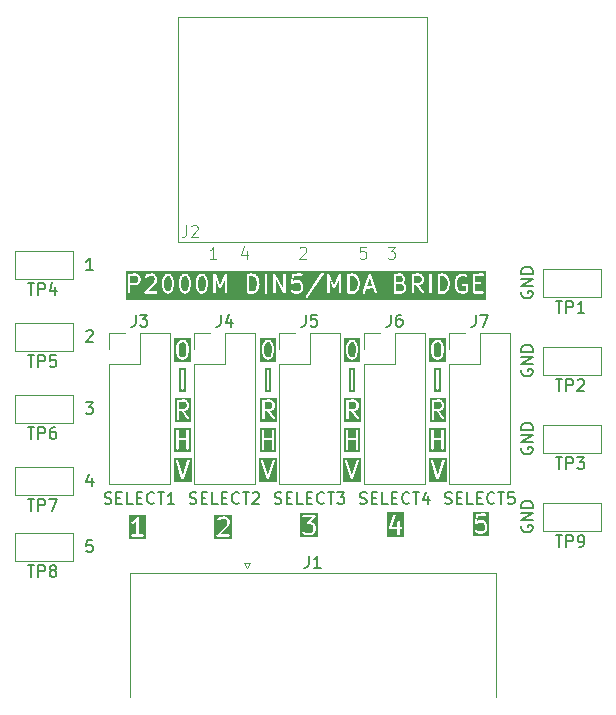
<source format=gbr>
%TF.GenerationSoftware,KiCad,Pcbnew,8.0.2*%
%TF.CreationDate,2024-08-10T15:59:04+02:00*%
%TF.ProjectId,p2000m-mda-interface,70323030-306d-42d6-9d64-612d696e7465,rev?*%
%TF.SameCoordinates,Original*%
%TF.FileFunction,Legend,Top*%
%TF.FilePolarity,Positive*%
%FSLAX46Y46*%
G04 Gerber Fmt 4.6, Leading zero omitted, Abs format (unit mm)*
G04 Created by KiCad (PCBNEW 8.0.2) date 2024-08-10 15:59:04*
%MOMM*%
%LPD*%
G01*
G04 APERTURE LIST*
%ADD10C,0.100000*%
%ADD11C,0.200000*%
%ADD12C,0.150000*%
%ADD13C,0.120000*%
G04 APERTURE END LIST*
D10*
X50119646Y-39131419D02*
X50738693Y-39131419D01*
X50738693Y-39131419D02*
X50405360Y-39512371D01*
X50405360Y-39512371D02*
X50548217Y-39512371D01*
X50548217Y-39512371D02*
X50643455Y-39559990D01*
X50643455Y-39559990D02*
X50691074Y-39607609D01*
X50691074Y-39607609D02*
X50738693Y-39702847D01*
X50738693Y-39702847D02*
X50738693Y-39940942D01*
X50738693Y-39940942D02*
X50691074Y-40036180D01*
X50691074Y-40036180D02*
X50643455Y-40083800D01*
X50643455Y-40083800D02*
X50548217Y-40131419D01*
X50548217Y-40131419D02*
X50262503Y-40131419D01*
X50262503Y-40131419D02*
X50167265Y-40083800D01*
X50167265Y-40083800D02*
X50119646Y-40036180D01*
X48278074Y-39131419D02*
X47801884Y-39131419D01*
X47801884Y-39131419D02*
X47754265Y-39607609D01*
X47754265Y-39607609D02*
X47801884Y-39559990D01*
X47801884Y-39559990D02*
X47897122Y-39512371D01*
X47897122Y-39512371D02*
X48135217Y-39512371D01*
X48135217Y-39512371D02*
X48230455Y-39559990D01*
X48230455Y-39559990D02*
X48278074Y-39607609D01*
X48278074Y-39607609D02*
X48325693Y-39702847D01*
X48325693Y-39702847D02*
X48325693Y-39940942D01*
X48325693Y-39940942D02*
X48278074Y-40036180D01*
X48278074Y-40036180D02*
X48230455Y-40083800D01*
X48230455Y-40083800D02*
X48135217Y-40131419D01*
X48135217Y-40131419D02*
X47897122Y-40131419D01*
X47897122Y-40131419D02*
X47801884Y-40083800D01*
X47801884Y-40083800D02*
X47754265Y-40036180D01*
X42674265Y-39226657D02*
X42721884Y-39179038D01*
X42721884Y-39179038D02*
X42817122Y-39131419D01*
X42817122Y-39131419D02*
X43055217Y-39131419D01*
X43055217Y-39131419D02*
X43150455Y-39179038D01*
X43150455Y-39179038D02*
X43198074Y-39226657D01*
X43198074Y-39226657D02*
X43245693Y-39321895D01*
X43245693Y-39321895D02*
X43245693Y-39417133D01*
X43245693Y-39417133D02*
X43198074Y-39559990D01*
X43198074Y-39559990D02*
X42626646Y-40131419D01*
X42626646Y-40131419D02*
X43245693Y-40131419D01*
X38197455Y-39464752D02*
X38197455Y-40131419D01*
X37959360Y-39083800D02*
X37721265Y-39798085D01*
X37721265Y-39798085D02*
X38340312Y-39798085D01*
X35625693Y-40131419D02*
X35054265Y-40131419D01*
X35339979Y-40131419D02*
X35339979Y-39131419D01*
X35339979Y-39131419D02*
X35244741Y-39274276D01*
X35244741Y-39274276D02*
X35149503Y-39369514D01*
X35149503Y-39369514D02*
X35054265Y-39417133D01*
D11*
G36*
X58734239Y-63572695D02*
G01*
X57344229Y-63572695D01*
X57344229Y-62529967D01*
X57510896Y-62529967D01*
X57512350Y-62534788D01*
X57512351Y-62539824D01*
X57517945Y-62553330D01*
X57522167Y-62567322D01*
X57525354Y-62571217D01*
X57527282Y-62575872D01*
X57537622Y-62586212D01*
X57546874Y-62597520D01*
X57551309Y-62599899D01*
X57554872Y-62603462D01*
X57568380Y-62609057D01*
X57581258Y-62615965D01*
X57586268Y-62616465D01*
X57590921Y-62618393D01*
X57605536Y-62618392D01*
X57620082Y-62619847D01*
X57624903Y-62618392D01*
X57629939Y-62618392D01*
X57643445Y-62612797D01*
X57657437Y-62608576D01*
X57661332Y-62605388D01*
X57665987Y-62603461D01*
X57681140Y-62591024D01*
X57737727Y-62532603D01*
X57845332Y-62477351D01*
X58155363Y-62475770D01*
X58262678Y-62527997D01*
X58312423Y-62576182D01*
X58367677Y-62683789D01*
X58369258Y-62993819D01*
X58317031Y-63101133D01*
X58268844Y-63150881D01*
X58161239Y-63206133D01*
X57851208Y-63207714D01*
X57743894Y-63155488D01*
X57665987Y-63080024D01*
X57629939Y-63065093D01*
X57590921Y-63065092D01*
X57554872Y-63080023D01*
X57527282Y-63107613D01*
X57512351Y-63143661D01*
X57512350Y-63182679D01*
X57527281Y-63218728D01*
X57539718Y-63233881D01*
X57612812Y-63304683D01*
X57620546Y-63313600D01*
X57624749Y-63316245D01*
X57626299Y-63317747D01*
X57628740Y-63318758D01*
X57637136Y-63324043D01*
X57767441Y-63387458D01*
X57769158Y-63389175D01*
X57781318Y-63394212D01*
X57798303Y-63402478D01*
X57801888Y-63402732D01*
X57805206Y-63404107D01*
X57824715Y-63406028D01*
X58166474Y-63404284D01*
X58169349Y-63405243D01*
X58184093Y-63404195D01*
X58201366Y-63404107D01*
X58204686Y-63402731D01*
X58208269Y-63402477D01*
X58226578Y-63395471D01*
X58368259Y-63322723D01*
X58380273Y-63317747D01*
X58384153Y-63314561D01*
X58386027Y-63313600D01*
X58387759Y-63311602D01*
X58395426Y-63305310D01*
X58466225Y-63232216D01*
X58475143Y-63224483D01*
X58477790Y-63220277D01*
X58479291Y-63218728D01*
X58480301Y-63216287D01*
X58485586Y-63207893D01*
X58549001Y-63077588D01*
X58550719Y-63075871D01*
X58555759Y-63063702D01*
X58564021Y-63046727D01*
X58564275Y-63043143D01*
X58565651Y-63039823D01*
X58567572Y-63020314D01*
X58565828Y-62678552D01*
X58566787Y-62675678D01*
X58565739Y-62660932D01*
X58565651Y-62643662D01*
X58564275Y-62640341D01*
X58564021Y-62636758D01*
X58557015Y-62618449D01*
X58484267Y-62476772D01*
X58479291Y-62464757D01*
X58476104Y-62460874D01*
X58475143Y-62459002D01*
X58473146Y-62457270D01*
X58466854Y-62449604D01*
X58393762Y-62378804D01*
X58386027Y-62369885D01*
X58381821Y-62367237D01*
X58380273Y-62365738D01*
X58377832Y-62364727D01*
X58369436Y-62359442D01*
X58239131Y-62296027D01*
X58237414Y-62294310D01*
X58225240Y-62289267D01*
X58208269Y-62281008D01*
X58204686Y-62280753D01*
X58201366Y-62279378D01*
X58181857Y-62277457D01*
X57840097Y-62279200D01*
X57837223Y-62278242D01*
X57822472Y-62279289D01*
X57805206Y-62279378D01*
X57801888Y-62280752D01*
X57798303Y-62281007D01*
X57779994Y-62288014D01*
X57731074Y-62313132D01*
X57770736Y-61905795D01*
X58415652Y-61904107D01*
X58451700Y-61889175D01*
X58479290Y-61861585D01*
X58494222Y-61825537D01*
X58494222Y-61786519D01*
X58479290Y-61750471D01*
X58451700Y-61722881D01*
X58415652Y-61707949D01*
X58396143Y-61706028D01*
X57686123Y-61707886D01*
X57672204Y-61706495D01*
X57667429Y-61707935D01*
X57662348Y-61707949D01*
X57648838Y-61713545D01*
X57634849Y-61717766D01*
X57630953Y-61720953D01*
X57626300Y-61722881D01*
X57615960Y-61733220D01*
X57604651Y-61742474D01*
X57602271Y-61746909D01*
X57598710Y-61750471D01*
X57593115Y-61763977D01*
X57586206Y-61776857D01*
X57584729Y-61784221D01*
X57583778Y-61786519D01*
X57583778Y-61788969D01*
X57582353Y-61796078D01*
X57514161Y-62496433D01*
X57512350Y-62500806D01*
X57512350Y-62515030D01*
X57510896Y-62529967D01*
X57344229Y-62529967D01*
X57344229Y-61539361D01*
X58734239Y-61539361D01*
X58734239Y-63572695D01*
G37*
G36*
X51532996Y-63697774D02*
G01*
X50073797Y-63697774D01*
X50073797Y-62920521D01*
X50240464Y-62920521D01*
X50241600Y-62936505D01*
X50241600Y-62952537D01*
X50242975Y-62955857D01*
X50243230Y-62959441D01*
X50250396Y-62973773D01*
X50256532Y-62988585D01*
X50259073Y-62991126D01*
X50260680Y-62994339D01*
X50272787Y-63004840D01*
X50284122Y-63016175D01*
X50287440Y-63017549D01*
X50290156Y-63019905D01*
X50305365Y-63024974D01*
X50320170Y-63031107D01*
X50325270Y-63031609D01*
X50327172Y-63032243D01*
X50329805Y-63032055D01*
X50339679Y-63033028D01*
X50955093Y-63031781D01*
X50955886Y-63452537D01*
X50970818Y-63488585D01*
X50998408Y-63516175D01*
X51034456Y-63531107D01*
X51073474Y-63531107D01*
X51109522Y-63516175D01*
X51137112Y-63488585D01*
X51152044Y-63452537D01*
X51153965Y-63433028D01*
X51153208Y-63031379D01*
X51287759Y-63031107D01*
X51323807Y-63016175D01*
X51351397Y-62988585D01*
X51366329Y-62952537D01*
X51366329Y-62913519D01*
X51351397Y-62877471D01*
X51323807Y-62849881D01*
X51287759Y-62834949D01*
X51268250Y-62833028D01*
X51152834Y-62833261D01*
X51152044Y-62413519D01*
X51137112Y-62377471D01*
X51109522Y-62349881D01*
X51073474Y-62334949D01*
X51034456Y-62334949D01*
X50998408Y-62349881D01*
X50970818Y-62377471D01*
X50955886Y-62413519D01*
X50953965Y-62433028D01*
X50954719Y-62833663D01*
X50477646Y-62834629D01*
X50796037Y-61874108D01*
X50793271Y-61835188D01*
X50775821Y-61800289D01*
X50746345Y-61774724D01*
X50709329Y-61762385D01*
X50670409Y-61765152D01*
X50635510Y-61782601D01*
X50609945Y-61812077D01*
X50601954Y-61829978D01*
X50247531Y-62899198D01*
X50241600Y-62913519D01*
X50241600Y-62917093D01*
X50240464Y-62920521D01*
X50073797Y-62920521D01*
X50073797Y-61595718D01*
X51532996Y-61595718D01*
X51532996Y-63697774D01*
G37*
G36*
X44192739Y-63699695D02*
G01*
X42732754Y-63699695D01*
X42732754Y-61913519D01*
X42899421Y-61913519D01*
X42899421Y-61952537D01*
X42914353Y-61988585D01*
X42941943Y-62016175D01*
X42977991Y-62031107D01*
X42997500Y-62033028D01*
X43707668Y-62031589D01*
X43353831Y-62437993D01*
X43342925Y-62448900D01*
X43341644Y-62451990D01*
X43339413Y-62454554D01*
X43334208Y-62469942D01*
X43327993Y-62484948D01*
X43327993Y-62488321D01*
X43326913Y-62491515D01*
X43327993Y-62507717D01*
X43327993Y-62523966D01*
X43329283Y-62527081D01*
X43329508Y-62530447D01*
X43336708Y-62545007D01*
X43342925Y-62560014D01*
X43345309Y-62562398D01*
X43346805Y-62565422D01*
X43359030Y-62576119D01*
X43370515Y-62587604D01*
X43373629Y-62588894D01*
X43376169Y-62591116D01*
X43391557Y-62596320D01*
X43406563Y-62602536D01*
X43411322Y-62603004D01*
X43413130Y-62603616D01*
X43415754Y-62603441D01*
X43426072Y-62604457D01*
X43614152Y-62602911D01*
X43721178Y-62654997D01*
X43770923Y-62703182D01*
X43826177Y-62810789D01*
X43827758Y-63120819D01*
X43775531Y-63228133D01*
X43727344Y-63277881D01*
X43619772Y-63333116D01*
X43238355Y-63334751D01*
X43130967Y-63282488D01*
X43053057Y-63207024D01*
X43017009Y-63192092D01*
X42977991Y-63192092D01*
X42941943Y-63207024D01*
X42914353Y-63234614D01*
X42899421Y-63270662D01*
X42899421Y-63309680D01*
X42914353Y-63345728D01*
X42926789Y-63360882D01*
X42999883Y-63431681D01*
X43007618Y-63440600D01*
X43011823Y-63443247D01*
X43013372Y-63444747D01*
X43015811Y-63445757D01*
X43024208Y-63451043D01*
X43154511Y-63514457D01*
X43156229Y-63516175D01*
X43168402Y-63521217D01*
X43185374Y-63529477D01*
X43188956Y-63529731D01*
X43192277Y-63531107D01*
X43211786Y-63533028D01*
X43624890Y-63531256D01*
X43627849Y-63532243D01*
X43642804Y-63531180D01*
X43659866Y-63531107D01*
X43663186Y-63529731D01*
X43666769Y-63529477D01*
X43685078Y-63522471D01*
X43826759Y-63449723D01*
X43838773Y-63444747D01*
X43842653Y-63441561D01*
X43844527Y-63440600D01*
X43846259Y-63438602D01*
X43853926Y-63432310D01*
X43924725Y-63359216D01*
X43933643Y-63351483D01*
X43936290Y-63347277D01*
X43937791Y-63345728D01*
X43938801Y-63343287D01*
X43944086Y-63334893D01*
X44007501Y-63204588D01*
X44009219Y-63202871D01*
X44014259Y-63190702D01*
X44022521Y-63173727D01*
X44022775Y-63170143D01*
X44024151Y-63166823D01*
X44026072Y-63147314D01*
X44024328Y-62805552D01*
X44025287Y-62802678D01*
X44024239Y-62787932D01*
X44024151Y-62770662D01*
X44022775Y-62767341D01*
X44022521Y-62763758D01*
X44015515Y-62745449D01*
X43942767Y-62603772D01*
X43937791Y-62591757D01*
X43934604Y-62587874D01*
X43933643Y-62586002D01*
X43931646Y-62584270D01*
X43925354Y-62576604D01*
X43852262Y-62505804D01*
X43844527Y-62496885D01*
X43840321Y-62494237D01*
X43838773Y-62492738D01*
X43836332Y-62491727D01*
X43827936Y-62486442D01*
X43697631Y-62423027D01*
X43695914Y-62421310D01*
X43683740Y-62416267D01*
X43666769Y-62408008D01*
X43663186Y-62407753D01*
X43659866Y-62406378D01*
X43645303Y-62404944D01*
X43998311Y-61999492D01*
X44009219Y-61988585D01*
X44010499Y-61985494D01*
X44012730Y-61982932D01*
X44017933Y-61967548D01*
X44024151Y-61952537D01*
X44024151Y-61949163D01*
X44025231Y-61945970D01*
X44024151Y-61929773D01*
X44024151Y-61913519D01*
X44022859Y-61910400D01*
X44022635Y-61907038D01*
X44015438Y-61892484D01*
X44009219Y-61877471D01*
X44006833Y-61875085D01*
X44005339Y-61872063D01*
X43993116Y-61861368D01*
X43981629Y-61849881D01*
X43978512Y-61848589D01*
X43975975Y-61846370D01*
X43960596Y-61841168D01*
X43945581Y-61834949D01*
X43940820Y-61834480D01*
X43939013Y-61833869D01*
X43936389Y-61834043D01*
X43926072Y-61833028D01*
X42977991Y-61834949D01*
X42941943Y-61849881D01*
X42914353Y-61877471D01*
X42899421Y-61913519D01*
X42732754Y-61913519D01*
X42732754Y-61666361D01*
X44192739Y-61666361D01*
X44192739Y-63699695D01*
G37*
G36*
X36921989Y-63826695D02*
G01*
X35462004Y-63826695D01*
X35462004Y-63540519D01*
X35628671Y-63540519D01*
X35628671Y-63579537D01*
X35643603Y-63615585D01*
X35671193Y-63643175D01*
X35707241Y-63658107D01*
X35726750Y-63660028D01*
X36674831Y-63658107D01*
X36710879Y-63643175D01*
X36738469Y-63615585D01*
X36753401Y-63579537D01*
X36753401Y-63540519D01*
X36738469Y-63504471D01*
X36710879Y-63476881D01*
X36674831Y-63461949D01*
X36655322Y-63460028D01*
X35966248Y-63461424D01*
X36642147Y-62783413D01*
X36645204Y-62781885D01*
X36655462Y-62770056D01*
X36667040Y-62758443D01*
X36668415Y-62755121D01*
X36670769Y-62752408D01*
X36678761Y-62734508D01*
X36748142Y-62520803D01*
X36753401Y-62508109D01*
X36753895Y-62503082D01*
X36754537Y-62501108D01*
X36754349Y-62498473D01*
X36755322Y-62488600D01*
X36753805Y-62360442D01*
X36754537Y-62358249D01*
X36753628Y-62345466D01*
X36753401Y-62326233D01*
X36752025Y-62322912D01*
X36751771Y-62319329D01*
X36744765Y-62301020D01*
X36672014Y-62159337D01*
X36667040Y-62147327D01*
X36663854Y-62143446D01*
X36662893Y-62141573D01*
X36660895Y-62139840D01*
X36654603Y-62132174D01*
X36581515Y-62061380D01*
X36573777Y-62052457D01*
X36569568Y-62049808D01*
X36568022Y-62048310D01*
X36565584Y-62047300D01*
X36557186Y-62042014D01*
X36426881Y-61978598D01*
X36425164Y-61976881D01*
X36412995Y-61971840D01*
X36396020Y-61963579D01*
X36392436Y-61963324D01*
X36389116Y-61961949D01*
X36369607Y-61960028D01*
X36027846Y-61961771D01*
X36024972Y-61960813D01*
X36010226Y-61961860D01*
X35992956Y-61961949D01*
X35989635Y-61963324D01*
X35986052Y-61963579D01*
X35967744Y-61970585D01*
X35826060Y-62043335D01*
X35814049Y-62048310D01*
X35810168Y-62051495D01*
X35808295Y-62052457D01*
X35806562Y-62054454D01*
X35798896Y-62060747D01*
X35715032Y-62147328D01*
X35700100Y-62183376D01*
X35700100Y-62222394D01*
X35715032Y-62258442D01*
X35742622Y-62286032D01*
X35778670Y-62300964D01*
X35817688Y-62300964D01*
X35853736Y-62286032D01*
X35868890Y-62273596D01*
X35925477Y-62215174D01*
X36033083Y-62159922D01*
X36343113Y-62158341D01*
X36450425Y-62210567D01*
X36500174Y-62258754D01*
X36555569Y-62366637D01*
X36556772Y-62468317D01*
X36498933Y-62646467D01*
X35643603Y-63504471D01*
X35628671Y-63540519D01*
X35462004Y-63540519D01*
X35462004Y-61793361D01*
X36921989Y-61793361D01*
X36921989Y-63826695D01*
G37*
G36*
X29649318Y-63826695D02*
G01*
X28261547Y-63826695D01*
X28261547Y-62476093D01*
X28428214Y-62476093D01*
X28430980Y-62515013D01*
X28448429Y-62549912D01*
X28477906Y-62575476D01*
X28514922Y-62587815D01*
X28553842Y-62585049D01*
X28572151Y-62578043D01*
X28713833Y-62505292D01*
X28725843Y-62500318D01*
X28729723Y-62497133D01*
X28731598Y-62496171D01*
X28733330Y-62494173D01*
X28740997Y-62487882D01*
X28856392Y-62370467D01*
X28857771Y-63461182D01*
X28507920Y-63461949D01*
X28471872Y-63476881D01*
X28444282Y-63504471D01*
X28429350Y-63540519D01*
X28429350Y-63579537D01*
X28444282Y-63615585D01*
X28471872Y-63643175D01*
X28507920Y-63658107D01*
X28527429Y-63660028D01*
X29404081Y-63658107D01*
X29440129Y-63643175D01*
X29467719Y-63615585D01*
X29482651Y-63579537D01*
X29482651Y-63540519D01*
X29467719Y-63504471D01*
X29440129Y-63476881D01*
X29404081Y-63461949D01*
X29384572Y-63460028D01*
X29055874Y-63460748D01*
X29054115Y-62069449D01*
X29056000Y-62059923D01*
X29054091Y-62050380D01*
X29054079Y-62040519D01*
X29050289Y-62031370D01*
X29048348Y-62021663D01*
X29042896Y-62013522D01*
X29039147Y-62004471D01*
X29032147Y-61997471D01*
X29026637Y-61989243D01*
X29018482Y-61983806D01*
X29011557Y-61976881D01*
X29002413Y-61973093D01*
X28994172Y-61967599D01*
X28984558Y-61965697D01*
X28975509Y-61961949D01*
X28965608Y-61961949D01*
X28955896Y-61960028D01*
X28946291Y-61961949D01*
X28936491Y-61961949D01*
X28927342Y-61965738D01*
X28917635Y-61967680D01*
X28909494Y-61973131D01*
X28900443Y-61976881D01*
X28893443Y-61983880D01*
X28885215Y-61989391D01*
X28872926Y-62004397D01*
X28872853Y-62004471D01*
X28872839Y-62004503D01*
X28872795Y-62004558D01*
X28741378Y-62204675D01*
X28615224Y-62333037D01*
X28466117Y-62409600D01*
X28440553Y-62439077D01*
X28428214Y-62476093D01*
X28261547Y-62476093D01*
X28261547Y-61793361D01*
X29649318Y-61793361D01*
X29649318Y-63826695D01*
G37*
G36*
X54508248Y-47224568D02*
G01*
X54557996Y-47272755D01*
X54617141Y-47387942D01*
X54684599Y-47650928D01*
X54686296Y-47983528D01*
X54622233Y-48246605D01*
X54562603Y-48369132D01*
X54514416Y-48418881D01*
X54406534Y-48474275D01*
X54310444Y-48475412D01*
X54203753Y-48423488D01*
X54154005Y-48375302D01*
X54094858Y-48260112D01*
X54027401Y-47997128D01*
X54025704Y-47664528D01*
X54089766Y-47401451D01*
X54149397Y-47278922D01*
X54197583Y-47229176D01*
X54305467Y-47173780D01*
X54401555Y-47172643D01*
X54508248Y-47224568D01*
G37*
G36*
X55051239Y-48840695D02*
G01*
X53660762Y-48840695D01*
X53660762Y-47645457D01*
X53827429Y-47645457D01*
X53829218Y-47996231D01*
X53827547Y-48007461D01*
X53829337Y-48019564D01*
X53829350Y-48022109D01*
X53829915Y-48023473D01*
X53830415Y-48026853D01*
X53901699Y-48304757D01*
X53902408Y-48314727D01*
X53908015Y-48329382D01*
X53908438Y-48331028D01*
X53908867Y-48331607D01*
X53909414Y-48333036D01*
X53982164Y-48474718D01*
X53987139Y-48486728D01*
X53990323Y-48490608D01*
X53991286Y-48492483D01*
X53993283Y-48494215D01*
X53999575Y-48501882D01*
X54072669Y-48572681D01*
X54080404Y-48581600D01*
X54084609Y-48584247D01*
X54086158Y-48585747D01*
X54088597Y-48586757D01*
X54096994Y-48592043D01*
X54227297Y-48655457D01*
X54229015Y-48657175D01*
X54241188Y-48662217D01*
X54258160Y-48670477D01*
X54261742Y-48670731D01*
X54265063Y-48672107D01*
X54284572Y-48674028D01*
X54412727Y-48672511D01*
X54414921Y-48673243D01*
X54427703Y-48672334D01*
X54446938Y-48672107D01*
X54450258Y-48670731D01*
X54453842Y-48670477D01*
X54472150Y-48663471D01*
X54613831Y-48590722D01*
X54625843Y-48585747D01*
X54629723Y-48582562D01*
X54631598Y-48581600D01*
X54633330Y-48579602D01*
X54640997Y-48573311D01*
X54711796Y-48500216D01*
X54720715Y-48492482D01*
X54723362Y-48488276D01*
X54724862Y-48486728D01*
X54725872Y-48484288D01*
X54731158Y-48475892D01*
X54798015Y-48338514D01*
X54803562Y-48331028D01*
X54808817Y-48316317D01*
X54809592Y-48314726D01*
X54809643Y-48314006D01*
X54810157Y-48312568D01*
X54878371Y-48032440D01*
X54882651Y-48022109D01*
X54883848Y-48009949D01*
X54884454Y-48007462D01*
X54884236Y-48006003D01*
X54884572Y-48002600D01*
X54882782Y-47651824D01*
X54884454Y-47640595D01*
X54882663Y-47628491D01*
X54882651Y-47625948D01*
X54882086Y-47624584D01*
X54881586Y-47621203D01*
X54810300Y-47343297D01*
X54809592Y-47333330D01*
X54803984Y-47318677D01*
X54803562Y-47317028D01*
X54803131Y-47316447D01*
X54802586Y-47315021D01*
X54729839Y-47173344D01*
X54724862Y-47161327D01*
X54721675Y-47157444D01*
X54720715Y-47155574D01*
X54718720Y-47153843D01*
X54712425Y-47146174D01*
X54639331Y-47075374D01*
X54631598Y-47066457D01*
X54627392Y-47063809D01*
X54625843Y-47062309D01*
X54623401Y-47061297D01*
X54615007Y-47056014D01*
X54484703Y-46992598D01*
X54482986Y-46990881D01*
X54470816Y-46985840D01*
X54453842Y-46977579D01*
X54450258Y-46977324D01*
X54446938Y-46975949D01*
X54427429Y-46974028D01*
X54299272Y-46975544D01*
X54297079Y-46974813D01*
X54284296Y-46975721D01*
X54265063Y-46975949D01*
X54261742Y-46977324D01*
X54258159Y-46977579D01*
X54239850Y-46984585D01*
X54098173Y-47057332D01*
X54086158Y-47062309D01*
X54082275Y-47065495D01*
X54080403Y-47066457D01*
X54078671Y-47068453D01*
X54071005Y-47074746D01*
X54000205Y-47147837D01*
X53991286Y-47155573D01*
X53988638Y-47159778D01*
X53987139Y-47161327D01*
X53986128Y-47163767D01*
X53980843Y-47172164D01*
X53913984Y-47309543D01*
X53908438Y-47317028D01*
X53903184Y-47331732D01*
X53902408Y-47333329D01*
X53902356Y-47334051D01*
X53901843Y-47335489D01*
X53833629Y-47615615D01*
X53829350Y-47625948D01*
X53828152Y-47638109D01*
X53827547Y-47640596D01*
X53827764Y-47642054D01*
X53827429Y-47645457D01*
X53660762Y-47645457D01*
X53660762Y-46807361D01*
X55051239Y-46807361D01*
X55051239Y-48840695D01*
G37*
G36*
X47269248Y-47224568D02*
G01*
X47318996Y-47272755D01*
X47378141Y-47387942D01*
X47445599Y-47650928D01*
X47447296Y-47983528D01*
X47383233Y-48246605D01*
X47323603Y-48369132D01*
X47275416Y-48418881D01*
X47167534Y-48474275D01*
X47071444Y-48475412D01*
X46964753Y-48423488D01*
X46915005Y-48375302D01*
X46855858Y-48260112D01*
X46788401Y-47997128D01*
X46786704Y-47664528D01*
X46850766Y-47401451D01*
X46910397Y-47278922D01*
X46958583Y-47229176D01*
X47066467Y-47173780D01*
X47162555Y-47172643D01*
X47269248Y-47224568D01*
G37*
G36*
X47812239Y-48840695D02*
G01*
X46421762Y-48840695D01*
X46421762Y-47645457D01*
X46588429Y-47645457D01*
X46590218Y-47996231D01*
X46588547Y-48007461D01*
X46590337Y-48019564D01*
X46590350Y-48022109D01*
X46590915Y-48023473D01*
X46591415Y-48026853D01*
X46662699Y-48304757D01*
X46663408Y-48314727D01*
X46669015Y-48329382D01*
X46669438Y-48331028D01*
X46669867Y-48331607D01*
X46670414Y-48333036D01*
X46743164Y-48474718D01*
X46748139Y-48486728D01*
X46751323Y-48490608D01*
X46752286Y-48492483D01*
X46754283Y-48494215D01*
X46760575Y-48501882D01*
X46833669Y-48572681D01*
X46841404Y-48581600D01*
X46845609Y-48584247D01*
X46847158Y-48585747D01*
X46849597Y-48586757D01*
X46857994Y-48592043D01*
X46988297Y-48655457D01*
X46990015Y-48657175D01*
X47002188Y-48662217D01*
X47019160Y-48670477D01*
X47022742Y-48670731D01*
X47026063Y-48672107D01*
X47045572Y-48674028D01*
X47173727Y-48672511D01*
X47175921Y-48673243D01*
X47188703Y-48672334D01*
X47207938Y-48672107D01*
X47211258Y-48670731D01*
X47214842Y-48670477D01*
X47233150Y-48663471D01*
X47374831Y-48590722D01*
X47386843Y-48585747D01*
X47390723Y-48582562D01*
X47392598Y-48581600D01*
X47394330Y-48579602D01*
X47401997Y-48573311D01*
X47472796Y-48500216D01*
X47481715Y-48492482D01*
X47484362Y-48488276D01*
X47485862Y-48486728D01*
X47486872Y-48484288D01*
X47492158Y-48475892D01*
X47559015Y-48338514D01*
X47564562Y-48331028D01*
X47569817Y-48316317D01*
X47570592Y-48314726D01*
X47570643Y-48314006D01*
X47571157Y-48312568D01*
X47639371Y-48032440D01*
X47643651Y-48022109D01*
X47644848Y-48009949D01*
X47645454Y-48007462D01*
X47645236Y-48006003D01*
X47645572Y-48002600D01*
X47643782Y-47651824D01*
X47645454Y-47640595D01*
X47643663Y-47628491D01*
X47643651Y-47625948D01*
X47643086Y-47624584D01*
X47642586Y-47621203D01*
X47571300Y-47343297D01*
X47570592Y-47333330D01*
X47564984Y-47318677D01*
X47564562Y-47317028D01*
X47564131Y-47316447D01*
X47563586Y-47315021D01*
X47490839Y-47173344D01*
X47485862Y-47161327D01*
X47482675Y-47157444D01*
X47481715Y-47155574D01*
X47479720Y-47153843D01*
X47473425Y-47146174D01*
X47400331Y-47075374D01*
X47392598Y-47066457D01*
X47388392Y-47063809D01*
X47386843Y-47062309D01*
X47384401Y-47061297D01*
X47376007Y-47056014D01*
X47245703Y-46992598D01*
X47243986Y-46990881D01*
X47231816Y-46985840D01*
X47214842Y-46977579D01*
X47211258Y-46977324D01*
X47207938Y-46975949D01*
X47188429Y-46974028D01*
X47060272Y-46975544D01*
X47058079Y-46974813D01*
X47045296Y-46975721D01*
X47026063Y-46975949D01*
X47022742Y-46977324D01*
X47019159Y-46977579D01*
X47000850Y-46984585D01*
X46859173Y-47057332D01*
X46847158Y-47062309D01*
X46843275Y-47065495D01*
X46841403Y-47066457D01*
X46839671Y-47068453D01*
X46832005Y-47074746D01*
X46761205Y-47147837D01*
X46752286Y-47155573D01*
X46749638Y-47159778D01*
X46748139Y-47161327D01*
X46747128Y-47163767D01*
X46741843Y-47172164D01*
X46674984Y-47309543D01*
X46669438Y-47317028D01*
X46664184Y-47331732D01*
X46663408Y-47333329D01*
X46663356Y-47334051D01*
X46662843Y-47335489D01*
X46594629Y-47615615D01*
X46590350Y-47625948D01*
X46589152Y-47638109D01*
X46588547Y-47640596D01*
X46588764Y-47642054D01*
X46588429Y-47645457D01*
X46421762Y-47645457D01*
X46421762Y-46807361D01*
X47812239Y-46807361D01*
X47812239Y-48840695D01*
G37*
G36*
X40157248Y-47224568D02*
G01*
X40206996Y-47272755D01*
X40266141Y-47387942D01*
X40333599Y-47650928D01*
X40335296Y-47983528D01*
X40271233Y-48246605D01*
X40211603Y-48369132D01*
X40163416Y-48418881D01*
X40055534Y-48474275D01*
X39959444Y-48475412D01*
X39852753Y-48423488D01*
X39803005Y-48375302D01*
X39743858Y-48260112D01*
X39676401Y-47997128D01*
X39674704Y-47664528D01*
X39738766Y-47401451D01*
X39798397Y-47278922D01*
X39846583Y-47229176D01*
X39954467Y-47173780D01*
X40050555Y-47172643D01*
X40157248Y-47224568D01*
G37*
G36*
X40700239Y-48840695D02*
G01*
X39309762Y-48840695D01*
X39309762Y-47645457D01*
X39476429Y-47645457D01*
X39478218Y-47996231D01*
X39476547Y-48007461D01*
X39478337Y-48019564D01*
X39478350Y-48022109D01*
X39478915Y-48023473D01*
X39479415Y-48026853D01*
X39550699Y-48304757D01*
X39551408Y-48314727D01*
X39557015Y-48329382D01*
X39557438Y-48331028D01*
X39557867Y-48331607D01*
X39558414Y-48333036D01*
X39631164Y-48474718D01*
X39636139Y-48486728D01*
X39639323Y-48490608D01*
X39640286Y-48492483D01*
X39642283Y-48494215D01*
X39648575Y-48501882D01*
X39721669Y-48572681D01*
X39729404Y-48581600D01*
X39733609Y-48584247D01*
X39735158Y-48585747D01*
X39737597Y-48586757D01*
X39745994Y-48592043D01*
X39876297Y-48655457D01*
X39878015Y-48657175D01*
X39890188Y-48662217D01*
X39907160Y-48670477D01*
X39910742Y-48670731D01*
X39914063Y-48672107D01*
X39933572Y-48674028D01*
X40061727Y-48672511D01*
X40063921Y-48673243D01*
X40076703Y-48672334D01*
X40095938Y-48672107D01*
X40099258Y-48670731D01*
X40102842Y-48670477D01*
X40121150Y-48663471D01*
X40262831Y-48590722D01*
X40274843Y-48585747D01*
X40278723Y-48582562D01*
X40280598Y-48581600D01*
X40282330Y-48579602D01*
X40289997Y-48573311D01*
X40360796Y-48500216D01*
X40369715Y-48492482D01*
X40372362Y-48488276D01*
X40373862Y-48486728D01*
X40374872Y-48484288D01*
X40380158Y-48475892D01*
X40447015Y-48338514D01*
X40452562Y-48331028D01*
X40457817Y-48316317D01*
X40458592Y-48314726D01*
X40458643Y-48314006D01*
X40459157Y-48312568D01*
X40527371Y-48032440D01*
X40531651Y-48022109D01*
X40532848Y-48009949D01*
X40533454Y-48007462D01*
X40533236Y-48006003D01*
X40533572Y-48002600D01*
X40531782Y-47651824D01*
X40533454Y-47640595D01*
X40531663Y-47628491D01*
X40531651Y-47625948D01*
X40531086Y-47624584D01*
X40530586Y-47621203D01*
X40459300Y-47343297D01*
X40458592Y-47333330D01*
X40452984Y-47318677D01*
X40452562Y-47317028D01*
X40452131Y-47316447D01*
X40451586Y-47315021D01*
X40378839Y-47173344D01*
X40373862Y-47161327D01*
X40370675Y-47157444D01*
X40369715Y-47155574D01*
X40367720Y-47153843D01*
X40361425Y-47146174D01*
X40288331Y-47075374D01*
X40280598Y-47066457D01*
X40276392Y-47063809D01*
X40274843Y-47062309D01*
X40272401Y-47061297D01*
X40264007Y-47056014D01*
X40133703Y-46992598D01*
X40131986Y-46990881D01*
X40119816Y-46985840D01*
X40102842Y-46977579D01*
X40099258Y-46977324D01*
X40095938Y-46975949D01*
X40076429Y-46974028D01*
X39948272Y-46975544D01*
X39946079Y-46974813D01*
X39933296Y-46975721D01*
X39914063Y-46975949D01*
X39910742Y-46977324D01*
X39907159Y-46977579D01*
X39888850Y-46984585D01*
X39747173Y-47057332D01*
X39735158Y-47062309D01*
X39731275Y-47065495D01*
X39729403Y-47066457D01*
X39727671Y-47068453D01*
X39720005Y-47074746D01*
X39649205Y-47147837D01*
X39640286Y-47155573D01*
X39637638Y-47159778D01*
X39636139Y-47161327D01*
X39635128Y-47163767D01*
X39629843Y-47172164D01*
X39562984Y-47309543D01*
X39557438Y-47317028D01*
X39552184Y-47331732D01*
X39551408Y-47333329D01*
X39551356Y-47334051D01*
X39550843Y-47335489D01*
X39482629Y-47615615D01*
X39478350Y-47625948D01*
X39477152Y-47638109D01*
X39476547Y-47640596D01*
X39476764Y-47642054D01*
X39476429Y-47645457D01*
X39309762Y-47645457D01*
X39309762Y-46807361D01*
X40700239Y-46807361D01*
X40700239Y-48840695D01*
G37*
G36*
X32918248Y-47224568D02*
G01*
X32967996Y-47272755D01*
X33027141Y-47387942D01*
X33094599Y-47650928D01*
X33096296Y-47983528D01*
X33032233Y-48246605D01*
X32972603Y-48369132D01*
X32924416Y-48418881D01*
X32816534Y-48474275D01*
X32720444Y-48475412D01*
X32613753Y-48423488D01*
X32564005Y-48375302D01*
X32504858Y-48260112D01*
X32437401Y-47997128D01*
X32435704Y-47664528D01*
X32499766Y-47401451D01*
X32559397Y-47278922D01*
X32607583Y-47229176D01*
X32715467Y-47173780D01*
X32811555Y-47172643D01*
X32918248Y-47224568D01*
G37*
G36*
X33461239Y-48840695D02*
G01*
X32070762Y-48840695D01*
X32070762Y-47645457D01*
X32237429Y-47645457D01*
X32239218Y-47996231D01*
X32237547Y-48007461D01*
X32239337Y-48019564D01*
X32239350Y-48022109D01*
X32239915Y-48023473D01*
X32240415Y-48026853D01*
X32311699Y-48304757D01*
X32312408Y-48314727D01*
X32318015Y-48329382D01*
X32318438Y-48331028D01*
X32318867Y-48331607D01*
X32319414Y-48333036D01*
X32392164Y-48474718D01*
X32397139Y-48486728D01*
X32400323Y-48490608D01*
X32401286Y-48492483D01*
X32403283Y-48494215D01*
X32409575Y-48501882D01*
X32482669Y-48572681D01*
X32490404Y-48581600D01*
X32494609Y-48584247D01*
X32496158Y-48585747D01*
X32498597Y-48586757D01*
X32506994Y-48592043D01*
X32637297Y-48655457D01*
X32639015Y-48657175D01*
X32651188Y-48662217D01*
X32668160Y-48670477D01*
X32671742Y-48670731D01*
X32675063Y-48672107D01*
X32694572Y-48674028D01*
X32822727Y-48672511D01*
X32824921Y-48673243D01*
X32837703Y-48672334D01*
X32856938Y-48672107D01*
X32860258Y-48670731D01*
X32863842Y-48670477D01*
X32882150Y-48663471D01*
X33023831Y-48590722D01*
X33035843Y-48585747D01*
X33039723Y-48582562D01*
X33041598Y-48581600D01*
X33043330Y-48579602D01*
X33050997Y-48573311D01*
X33121796Y-48500216D01*
X33130715Y-48492482D01*
X33133362Y-48488276D01*
X33134862Y-48486728D01*
X33135872Y-48484288D01*
X33141158Y-48475892D01*
X33208015Y-48338514D01*
X33213562Y-48331028D01*
X33218817Y-48316317D01*
X33219592Y-48314726D01*
X33219643Y-48314006D01*
X33220157Y-48312568D01*
X33288371Y-48032440D01*
X33292651Y-48022109D01*
X33293848Y-48009949D01*
X33294454Y-48007462D01*
X33294236Y-48006003D01*
X33294572Y-48002600D01*
X33292782Y-47651824D01*
X33294454Y-47640595D01*
X33292663Y-47628491D01*
X33292651Y-47625948D01*
X33292086Y-47624584D01*
X33291586Y-47621203D01*
X33220300Y-47343297D01*
X33219592Y-47333330D01*
X33213984Y-47318677D01*
X33213562Y-47317028D01*
X33213131Y-47316447D01*
X33212586Y-47315021D01*
X33139839Y-47173344D01*
X33134862Y-47161327D01*
X33131675Y-47157444D01*
X33130715Y-47155574D01*
X33128720Y-47153843D01*
X33122425Y-47146174D01*
X33049331Y-47075374D01*
X33041598Y-47066457D01*
X33037392Y-47063809D01*
X33035843Y-47062309D01*
X33033401Y-47061297D01*
X33025007Y-47056014D01*
X32894703Y-46992598D01*
X32892986Y-46990881D01*
X32880816Y-46985840D01*
X32863842Y-46977579D01*
X32860258Y-46977324D01*
X32856938Y-46975949D01*
X32837429Y-46974028D01*
X32709272Y-46975544D01*
X32707079Y-46974813D01*
X32694296Y-46975721D01*
X32675063Y-46975949D01*
X32671742Y-46977324D01*
X32668159Y-46977579D01*
X32649850Y-46984585D01*
X32508173Y-47057332D01*
X32496158Y-47062309D01*
X32492275Y-47065495D01*
X32490403Y-47066457D01*
X32488671Y-47068453D01*
X32481005Y-47074746D01*
X32410205Y-47147837D01*
X32401286Y-47155573D01*
X32398638Y-47159778D01*
X32397139Y-47161327D01*
X32396128Y-47163767D01*
X32390843Y-47172164D01*
X32323984Y-47309543D01*
X32318438Y-47317028D01*
X32313184Y-47331732D01*
X32312408Y-47333329D01*
X32312356Y-47334051D01*
X32311843Y-47335489D01*
X32243629Y-47615615D01*
X32239350Y-47625948D01*
X32238152Y-47638109D01*
X32237547Y-47640596D01*
X32237764Y-47642054D01*
X32237429Y-47645457D01*
X32070762Y-47645457D01*
X32070762Y-46807361D01*
X33461239Y-46807361D01*
X33461239Y-48840695D01*
G37*
G36*
X54622666Y-51378774D02*
G01*
X54089332Y-51378774D01*
X54089332Y-49614028D01*
X54255999Y-49614028D01*
X54257920Y-51133537D01*
X54272852Y-51169585D01*
X54300442Y-51197175D01*
X54336490Y-51212107D01*
X54375508Y-51212107D01*
X54411556Y-51197175D01*
X54439146Y-51169585D01*
X54454078Y-51133537D01*
X54455999Y-51114028D01*
X54454078Y-49594519D01*
X54439146Y-49558471D01*
X54411556Y-49530881D01*
X54375508Y-49515949D01*
X54336490Y-49515949D01*
X54300442Y-49530881D01*
X54272852Y-49558471D01*
X54257920Y-49594519D01*
X54255999Y-49614028D01*
X54089332Y-49614028D01*
X54089332Y-49349282D01*
X54622666Y-49349282D01*
X54622666Y-51378774D01*
G37*
G36*
X55121882Y-58999910D02*
G01*
X53590118Y-58999910D01*
X53590118Y-57246535D01*
X53756785Y-57246535D01*
X53761132Y-57265651D01*
X54259055Y-58753468D01*
X54259551Y-58760441D01*
X54265108Y-58771556D01*
X54269123Y-58783551D01*
X54273806Y-58788950D01*
X54277001Y-58795340D01*
X54286473Y-58803555D01*
X54294689Y-58813028D01*
X54301078Y-58816222D01*
X54306477Y-58820905D01*
X54318373Y-58824870D01*
X54329587Y-58830477D01*
X54336714Y-58830983D01*
X54343493Y-58833243D01*
X54356000Y-58832354D01*
X54368507Y-58833243D01*
X54375285Y-58830983D01*
X54382413Y-58830477D01*
X54393625Y-58824870D01*
X54405523Y-58820905D01*
X54410922Y-58816221D01*
X54417312Y-58813027D01*
X54425527Y-58803555D01*
X54434999Y-58795340D01*
X54438193Y-58788950D01*
X54442877Y-58783551D01*
X54450868Y-58765651D01*
X54955215Y-57246535D01*
X54952449Y-57207615D01*
X54934999Y-57172716D01*
X54905523Y-57147151D01*
X54868507Y-57134813D01*
X54829587Y-57137579D01*
X54794689Y-57155028D01*
X54769123Y-57184505D01*
X54761132Y-57202405D01*
X54356624Y-58420800D01*
X53942877Y-57184505D01*
X53917312Y-57155029D01*
X53882413Y-57137579D01*
X53843493Y-57134813D01*
X53806477Y-57147151D01*
X53777001Y-57172716D01*
X53759551Y-57207615D01*
X53756785Y-57246535D01*
X53590118Y-57246535D01*
X53590118Y-56968146D01*
X55121882Y-56968146D01*
X55121882Y-58999910D01*
G37*
G36*
X54615390Y-52304568D02*
G01*
X54665138Y-52352755D01*
X54720455Y-52460487D01*
X54721830Y-52627823D01*
X54669745Y-52734846D01*
X54621558Y-52784595D01*
X54514028Y-52839808D01*
X54321904Y-52840433D01*
X54318117Y-52839765D01*
X54314999Y-52840455D01*
X54062114Y-52841277D01*
X54061371Y-52253708D01*
X54507902Y-52252257D01*
X54615390Y-52304568D01*
G37*
G36*
X55086952Y-53920671D02*
G01*
X53696475Y-53920671D01*
X53696475Y-52154028D01*
X53863142Y-52154028D01*
X53865063Y-53673537D01*
X53879995Y-53709585D01*
X53907585Y-53737175D01*
X53943633Y-53752107D01*
X53982651Y-53752107D01*
X54018699Y-53737175D01*
X54046289Y-53709585D01*
X54061221Y-53673537D01*
X54063142Y-53654028D01*
X54062364Y-53039419D01*
X54267660Y-53038752D01*
X54751123Y-53726255D01*
X54784028Y-53747224D01*
X54822453Y-53754004D01*
X54860547Y-53745565D01*
X54892512Y-53723190D01*
X54913481Y-53690285D01*
X54920261Y-53651860D01*
X54911822Y-53613766D01*
X54902208Y-53596682D01*
X54509311Y-53037966D01*
X54518997Y-53037935D01*
X54522063Y-53038957D01*
X54537279Y-53037875D01*
X54554080Y-53037821D01*
X54557400Y-53036445D01*
X54560984Y-53036191D01*
X54579292Y-53029185D01*
X54720973Y-52956436D01*
X54732985Y-52951461D01*
X54736865Y-52948276D01*
X54738740Y-52947314D01*
X54740472Y-52945316D01*
X54748139Y-52939025D01*
X54818938Y-52865930D01*
X54827857Y-52858196D01*
X54830504Y-52853990D01*
X54832004Y-52852442D01*
X54833014Y-52850002D01*
X54838300Y-52841606D01*
X54901714Y-52711302D01*
X54903432Y-52709585D01*
X54908474Y-52697411D01*
X54916734Y-52680440D01*
X54916988Y-52676857D01*
X54918364Y-52673537D01*
X54920285Y-52654028D01*
X54918648Y-52454805D01*
X54919500Y-52452250D01*
X54918512Y-52438361D01*
X54918364Y-52420233D01*
X54916988Y-52416912D01*
X54916734Y-52413330D01*
X54909728Y-52395021D01*
X54836981Y-52253344D01*
X54832004Y-52241327D01*
X54828817Y-52237444D01*
X54827857Y-52235574D01*
X54825862Y-52233843D01*
X54819567Y-52226174D01*
X54746473Y-52155374D01*
X54738740Y-52146457D01*
X54734534Y-52143809D01*
X54732985Y-52142309D01*
X54730543Y-52141297D01*
X54722149Y-52136014D01*
X54591845Y-52072598D01*
X54590128Y-52070881D01*
X54577958Y-52065840D01*
X54560984Y-52057579D01*
X54557400Y-52057324D01*
X54554080Y-52055949D01*
X54534571Y-52054028D01*
X53943633Y-52055949D01*
X53907585Y-52070881D01*
X53879995Y-52098471D01*
X53865063Y-52134519D01*
X53863142Y-52154028D01*
X53696475Y-52154028D01*
X53696475Y-51887361D01*
X55086952Y-51887361D01*
X55086952Y-53920671D01*
G37*
G36*
X55051238Y-56458774D02*
G01*
X53660761Y-56458774D01*
X53660761Y-54694028D01*
X53827428Y-54694028D01*
X53829349Y-56213537D01*
X53844281Y-56249585D01*
X53871871Y-56277175D01*
X53907919Y-56292107D01*
X53946937Y-56292107D01*
X53982985Y-56277175D01*
X54010575Y-56249585D01*
X54025507Y-56213537D01*
X54027428Y-56194028D01*
X54026560Y-55508096D01*
X54685598Y-55506652D01*
X54686492Y-56213537D01*
X54701424Y-56249585D01*
X54729014Y-56277175D01*
X54765062Y-56292107D01*
X54804080Y-56292107D01*
X54840128Y-56277175D01*
X54867718Y-56249585D01*
X54882650Y-56213537D01*
X54884571Y-56194028D01*
X54882650Y-54674519D01*
X54867718Y-54638471D01*
X54840128Y-54610881D01*
X54804080Y-54595949D01*
X54765062Y-54595949D01*
X54729014Y-54610881D01*
X54701424Y-54638471D01*
X54686492Y-54674519D01*
X54684571Y-54694028D01*
X54685347Y-55308531D01*
X54026310Y-55309975D01*
X54025507Y-54674519D01*
X54010575Y-54638471D01*
X53982985Y-54610881D01*
X53946937Y-54595949D01*
X53907919Y-54595949D01*
X53871871Y-54610881D01*
X53844281Y-54638471D01*
X53829349Y-54674519D01*
X53827428Y-54694028D01*
X53660761Y-54694028D01*
X53660761Y-54429282D01*
X55051238Y-54429282D01*
X55051238Y-56458774D01*
G37*
G36*
X47383666Y-51378774D02*
G01*
X46850332Y-51378774D01*
X46850332Y-49614028D01*
X47016999Y-49614028D01*
X47018920Y-51133537D01*
X47033852Y-51169585D01*
X47061442Y-51197175D01*
X47097490Y-51212107D01*
X47136508Y-51212107D01*
X47172556Y-51197175D01*
X47200146Y-51169585D01*
X47215078Y-51133537D01*
X47216999Y-51114028D01*
X47215078Y-49594519D01*
X47200146Y-49558471D01*
X47172556Y-49530881D01*
X47136508Y-49515949D01*
X47097490Y-49515949D01*
X47061442Y-49530881D01*
X47033852Y-49558471D01*
X47018920Y-49594519D01*
X47016999Y-49614028D01*
X46850332Y-49614028D01*
X46850332Y-49349282D01*
X47383666Y-49349282D01*
X47383666Y-51378774D01*
G37*
G36*
X47882882Y-58999910D02*
G01*
X46351118Y-58999910D01*
X46351118Y-57246535D01*
X46517785Y-57246535D01*
X46522132Y-57265651D01*
X47020055Y-58753468D01*
X47020551Y-58760441D01*
X47026108Y-58771556D01*
X47030123Y-58783551D01*
X47034806Y-58788950D01*
X47038001Y-58795340D01*
X47047473Y-58803555D01*
X47055689Y-58813028D01*
X47062078Y-58816222D01*
X47067477Y-58820905D01*
X47079373Y-58824870D01*
X47090587Y-58830477D01*
X47097714Y-58830983D01*
X47104493Y-58833243D01*
X47117000Y-58832354D01*
X47129507Y-58833243D01*
X47136285Y-58830983D01*
X47143413Y-58830477D01*
X47154625Y-58824870D01*
X47166523Y-58820905D01*
X47171922Y-58816221D01*
X47178312Y-58813027D01*
X47186527Y-58803555D01*
X47195999Y-58795340D01*
X47199193Y-58788950D01*
X47203877Y-58783551D01*
X47211868Y-58765651D01*
X47716215Y-57246535D01*
X47713449Y-57207615D01*
X47695999Y-57172716D01*
X47666523Y-57147151D01*
X47629507Y-57134813D01*
X47590587Y-57137579D01*
X47555689Y-57155028D01*
X47530123Y-57184505D01*
X47522132Y-57202405D01*
X47117624Y-58420800D01*
X46703877Y-57184505D01*
X46678312Y-57155029D01*
X46643413Y-57137579D01*
X46604493Y-57134813D01*
X46567477Y-57147151D01*
X46538001Y-57172716D01*
X46520551Y-57207615D01*
X46517785Y-57246535D01*
X46351118Y-57246535D01*
X46351118Y-56968146D01*
X47882882Y-56968146D01*
X47882882Y-58999910D01*
G37*
G36*
X47376390Y-52304568D02*
G01*
X47426138Y-52352755D01*
X47481455Y-52460487D01*
X47482830Y-52627823D01*
X47430745Y-52734846D01*
X47382558Y-52784595D01*
X47275028Y-52839808D01*
X47082904Y-52840433D01*
X47079117Y-52839765D01*
X47075999Y-52840455D01*
X46823114Y-52841277D01*
X46822371Y-52253708D01*
X47268902Y-52252257D01*
X47376390Y-52304568D01*
G37*
G36*
X47847952Y-53920671D02*
G01*
X46457475Y-53920671D01*
X46457475Y-52154028D01*
X46624142Y-52154028D01*
X46626063Y-53673537D01*
X46640995Y-53709585D01*
X46668585Y-53737175D01*
X46704633Y-53752107D01*
X46743651Y-53752107D01*
X46779699Y-53737175D01*
X46807289Y-53709585D01*
X46822221Y-53673537D01*
X46824142Y-53654028D01*
X46823364Y-53039419D01*
X47028660Y-53038752D01*
X47512123Y-53726255D01*
X47545028Y-53747224D01*
X47583453Y-53754004D01*
X47621547Y-53745565D01*
X47653512Y-53723190D01*
X47674481Y-53690285D01*
X47681261Y-53651860D01*
X47672822Y-53613766D01*
X47663208Y-53596682D01*
X47270311Y-53037966D01*
X47279997Y-53037935D01*
X47283063Y-53038957D01*
X47298279Y-53037875D01*
X47315080Y-53037821D01*
X47318400Y-53036445D01*
X47321984Y-53036191D01*
X47340292Y-53029185D01*
X47481973Y-52956436D01*
X47493985Y-52951461D01*
X47497865Y-52948276D01*
X47499740Y-52947314D01*
X47501472Y-52945316D01*
X47509139Y-52939025D01*
X47579938Y-52865930D01*
X47588857Y-52858196D01*
X47591504Y-52853990D01*
X47593004Y-52852442D01*
X47594014Y-52850002D01*
X47599300Y-52841606D01*
X47662714Y-52711302D01*
X47664432Y-52709585D01*
X47669474Y-52697411D01*
X47677734Y-52680440D01*
X47677988Y-52676857D01*
X47679364Y-52673537D01*
X47681285Y-52654028D01*
X47679648Y-52454805D01*
X47680500Y-52452250D01*
X47679512Y-52438361D01*
X47679364Y-52420233D01*
X47677988Y-52416912D01*
X47677734Y-52413330D01*
X47670728Y-52395021D01*
X47597981Y-52253344D01*
X47593004Y-52241327D01*
X47589817Y-52237444D01*
X47588857Y-52235574D01*
X47586862Y-52233843D01*
X47580567Y-52226174D01*
X47507473Y-52155374D01*
X47499740Y-52146457D01*
X47495534Y-52143809D01*
X47493985Y-52142309D01*
X47491543Y-52141297D01*
X47483149Y-52136014D01*
X47352845Y-52072598D01*
X47351128Y-52070881D01*
X47338958Y-52065840D01*
X47321984Y-52057579D01*
X47318400Y-52057324D01*
X47315080Y-52055949D01*
X47295571Y-52054028D01*
X46704633Y-52055949D01*
X46668585Y-52070881D01*
X46640995Y-52098471D01*
X46626063Y-52134519D01*
X46624142Y-52154028D01*
X46457475Y-52154028D01*
X46457475Y-51887361D01*
X47847952Y-51887361D01*
X47847952Y-53920671D01*
G37*
G36*
X47812238Y-56458774D02*
G01*
X46421761Y-56458774D01*
X46421761Y-54694028D01*
X46588428Y-54694028D01*
X46590349Y-56213537D01*
X46605281Y-56249585D01*
X46632871Y-56277175D01*
X46668919Y-56292107D01*
X46707937Y-56292107D01*
X46743985Y-56277175D01*
X46771575Y-56249585D01*
X46786507Y-56213537D01*
X46788428Y-56194028D01*
X46787560Y-55508096D01*
X47446598Y-55506652D01*
X47447492Y-56213537D01*
X47462424Y-56249585D01*
X47490014Y-56277175D01*
X47526062Y-56292107D01*
X47565080Y-56292107D01*
X47601128Y-56277175D01*
X47628718Y-56249585D01*
X47643650Y-56213537D01*
X47645571Y-56194028D01*
X47643650Y-54674519D01*
X47628718Y-54638471D01*
X47601128Y-54610881D01*
X47565080Y-54595949D01*
X47526062Y-54595949D01*
X47490014Y-54610881D01*
X47462424Y-54638471D01*
X47447492Y-54674519D01*
X47445571Y-54694028D01*
X47446347Y-55308531D01*
X46787310Y-55309975D01*
X46786507Y-54674519D01*
X46771575Y-54638471D01*
X46743985Y-54610881D01*
X46707937Y-54595949D01*
X46668919Y-54595949D01*
X46632871Y-54610881D01*
X46605281Y-54638471D01*
X46590349Y-54674519D01*
X46588428Y-54694028D01*
X46421761Y-54694028D01*
X46421761Y-54429282D01*
X47812238Y-54429282D01*
X47812238Y-56458774D01*
G37*
G36*
X40271666Y-51378774D02*
G01*
X39738332Y-51378774D01*
X39738332Y-49614028D01*
X39904999Y-49614028D01*
X39906920Y-51133537D01*
X39921852Y-51169585D01*
X39949442Y-51197175D01*
X39985490Y-51212107D01*
X40024508Y-51212107D01*
X40060556Y-51197175D01*
X40088146Y-51169585D01*
X40103078Y-51133537D01*
X40104999Y-51114028D01*
X40103078Y-49594519D01*
X40088146Y-49558471D01*
X40060556Y-49530881D01*
X40024508Y-49515949D01*
X39985490Y-49515949D01*
X39949442Y-49530881D01*
X39921852Y-49558471D01*
X39906920Y-49594519D01*
X39904999Y-49614028D01*
X39738332Y-49614028D01*
X39738332Y-49349282D01*
X40271666Y-49349282D01*
X40271666Y-51378774D01*
G37*
G36*
X40770882Y-58999910D02*
G01*
X39239118Y-58999910D01*
X39239118Y-57246535D01*
X39405785Y-57246535D01*
X39410132Y-57265651D01*
X39908055Y-58753468D01*
X39908551Y-58760441D01*
X39914108Y-58771556D01*
X39918123Y-58783551D01*
X39922806Y-58788950D01*
X39926001Y-58795340D01*
X39935473Y-58803555D01*
X39943689Y-58813028D01*
X39950078Y-58816222D01*
X39955477Y-58820905D01*
X39967373Y-58824870D01*
X39978587Y-58830477D01*
X39985714Y-58830983D01*
X39992493Y-58833243D01*
X40005000Y-58832354D01*
X40017507Y-58833243D01*
X40024285Y-58830983D01*
X40031413Y-58830477D01*
X40042625Y-58824870D01*
X40054523Y-58820905D01*
X40059922Y-58816221D01*
X40066312Y-58813027D01*
X40074527Y-58803555D01*
X40083999Y-58795340D01*
X40087193Y-58788950D01*
X40091877Y-58783551D01*
X40099868Y-58765651D01*
X40604215Y-57246535D01*
X40601449Y-57207615D01*
X40583999Y-57172716D01*
X40554523Y-57147151D01*
X40517507Y-57134813D01*
X40478587Y-57137579D01*
X40443689Y-57155028D01*
X40418123Y-57184505D01*
X40410132Y-57202405D01*
X40005624Y-58420800D01*
X39591877Y-57184505D01*
X39566312Y-57155029D01*
X39531413Y-57137579D01*
X39492493Y-57134813D01*
X39455477Y-57147151D01*
X39426001Y-57172716D01*
X39408551Y-57207615D01*
X39405785Y-57246535D01*
X39239118Y-57246535D01*
X39239118Y-56968146D01*
X40770882Y-56968146D01*
X40770882Y-58999910D01*
G37*
G36*
X40264390Y-52304568D02*
G01*
X40314138Y-52352755D01*
X40369455Y-52460487D01*
X40370830Y-52627823D01*
X40318745Y-52734846D01*
X40270558Y-52784595D01*
X40163028Y-52839808D01*
X39970904Y-52840433D01*
X39967117Y-52839765D01*
X39963999Y-52840455D01*
X39711114Y-52841277D01*
X39710371Y-52253708D01*
X40156902Y-52252257D01*
X40264390Y-52304568D01*
G37*
G36*
X40735952Y-53920671D02*
G01*
X39345475Y-53920671D01*
X39345475Y-52154028D01*
X39512142Y-52154028D01*
X39514063Y-53673537D01*
X39528995Y-53709585D01*
X39556585Y-53737175D01*
X39592633Y-53752107D01*
X39631651Y-53752107D01*
X39667699Y-53737175D01*
X39695289Y-53709585D01*
X39710221Y-53673537D01*
X39712142Y-53654028D01*
X39711364Y-53039419D01*
X39916660Y-53038752D01*
X40400123Y-53726255D01*
X40433028Y-53747224D01*
X40471453Y-53754004D01*
X40509547Y-53745565D01*
X40541512Y-53723190D01*
X40562481Y-53690285D01*
X40569261Y-53651860D01*
X40560822Y-53613766D01*
X40551208Y-53596682D01*
X40158311Y-53037966D01*
X40167997Y-53037935D01*
X40171063Y-53038957D01*
X40186279Y-53037875D01*
X40203080Y-53037821D01*
X40206400Y-53036445D01*
X40209984Y-53036191D01*
X40228292Y-53029185D01*
X40369973Y-52956436D01*
X40381985Y-52951461D01*
X40385865Y-52948276D01*
X40387740Y-52947314D01*
X40389472Y-52945316D01*
X40397139Y-52939025D01*
X40467938Y-52865930D01*
X40476857Y-52858196D01*
X40479504Y-52853990D01*
X40481004Y-52852442D01*
X40482014Y-52850002D01*
X40487300Y-52841606D01*
X40550714Y-52711302D01*
X40552432Y-52709585D01*
X40557474Y-52697411D01*
X40565734Y-52680440D01*
X40565988Y-52676857D01*
X40567364Y-52673537D01*
X40569285Y-52654028D01*
X40567648Y-52454805D01*
X40568500Y-52452250D01*
X40567512Y-52438361D01*
X40567364Y-52420233D01*
X40565988Y-52416912D01*
X40565734Y-52413330D01*
X40558728Y-52395021D01*
X40485981Y-52253344D01*
X40481004Y-52241327D01*
X40477817Y-52237444D01*
X40476857Y-52235574D01*
X40474862Y-52233843D01*
X40468567Y-52226174D01*
X40395473Y-52155374D01*
X40387740Y-52146457D01*
X40383534Y-52143809D01*
X40381985Y-52142309D01*
X40379543Y-52141297D01*
X40371149Y-52136014D01*
X40240845Y-52072598D01*
X40239128Y-52070881D01*
X40226958Y-52065840D01*
X40209984Y-52057579D01*
X40206400Y-52057324D01*
X40203080Y-52055949D01*
X40183571Y-52054028D01*
X39592633Y-52055949D01*
X39556585Y-52070881D01*
X39528995Y-52098471D01*
X39514063Y-52134519D01*
X39512142Y-52154028D01*
X39345475Y-52154028D01*
X39345475Y-51887361D01*
X40735952Y-51887361D01*
X40735952Y-53920671D01*
G37*
G36*
X40700238Y-56458774D02*
G01*
X39309761Y-56458774D01*
X39309761Y-54694028D01*
X39476428Y-54694028D01*
X39478349Y-56213537D01*
X39493281Y-56249585D01*
X39520871Y-56277175D01*
X39556919Y-56292107D01*
X39595937Y-56292107D01*
X39631985Y-56277175D01*
X39659575Y-56249585D01*
X39674507Y-56213537D01*
X39676428Y-56194028D01*
X39675560Y-55508096D01*
X40334598Y-55506652D01*
X40335492Y-56213537D01*
X40350424Y-56249585D01*
X40378014Y-56277175D01*
X40414062Y-56292107D01*
X40453080Y-56292107D01*
X40489128Y-56277175D01*
X40516718Y-56249585D01*
X40531650Y-56213537D01*
X40533571Y-56194028D01*
X40531650Y-54674519D01*
X40516718Y-54638471D01*
X40489128Y-54610881D01*
X40453080Y-54595949D01*
X40414062Y-54595949D01*
X40378014Y-54610881D01*
X40350424Y-54638471D01*
X40335492Y-54674519D01*
X40333571Y-54694028D01*
X40334347Y-55308531D01*
X39675310Y-55309975D01*
X39674507Y-54674519D01*
X39659575Y-54638471D01*
X39631985Y-54610881D01*
X39595937Y-54595949D01*
X39556919Y-54595949D01*
X39520871Y-54610881D01*
X39493281Y-54638471D01*
X39478349Y-54674519D01*
X39476428Y-54694028D01*
X39309761Y-54694028D01*
X39309761Y-54429282D01*
X40700238Y-54429282D01*
X40700238Y-56458774D01*
G37*
G36*
X33531882Y-58999910D02*
G01*
X32000118Y-58999910D01*
X32000118Y-57246535D01*
X32166785Y-57246535D01*
X32171132Y-57265651D01*
X32669055Y-58753468D01*
X32669551Y-58760441D01*
X32675108Y-58771556D01*
X32679123Y-58783551D01*
X32683806Y-58788950D01*
X32687001Y-58795340D01*
X32696473Y-58803555D01*
X32704689Y-58813028D01*
X32711078Y-58816222D01*
X32716477Y-58820905D01*
X32728373Y-58824870D01*
X32739587Y-58830477D01*
X32746714Y-58830983D01*
X32753493Y-58833243D01*
X32766000Y-58832354D01*
X32778507Y-58833243D01*
X32785285Y-58830983D01*
X32792413Y-58830477D01*
X32803625Y-58824870D01*
X32815523Y-58820905D01*
X32820922Y-58816221D01*
X32827312Y-58813027D01*
X32835527Y-58803555D01*
X32844999Y-58795340D01*
X32848193Y-58788950D01*
X32852877Y-58783551D01*
X32860868Y-58765651D01*
X33365215Y-57246535D01*
X33362449Y-57207615D01*
X33344999Y-57172716D01*
X33315523Y-57147151D01*
X33278507Y-57134813D01*
X33239587Y-57137579D01*
X33204689Y-57155028D01*
X33179123Y-57184505D01*
X33171132Y-57202405D01*
X32766624Y-58420800D01*
X32352877Y-57184505D01*
X32327312Y-57155029D01*
X32292413Y-57137579D01*
X32253493Y-57134813D01*
X32216477Y-57147151D01*
X32187001Y-57172716D01*
X32169551Y-57207615D01*
X32166785Y-57246535D01*
X32000118Y-57246535D01*
X32000118Y-56968146D01*
X33531882Y-56968146D01*
X33531882Y-58999910D01*
G37*
G36*
X33461238Y-56458774D02*
G01*
X32070761Y-56458774D01*
X32070761Y-54694028D01*
X32237428Y-54694028D01*
X32239349Y-56213537D01*
X32254281Y-56249585D01*
X32281871Y-56277175D01*
X32317919Y-56292107D01*
X32356937Y-56292107D01*
X32392985Y-56277175D01*
X32420575Y-56249585D01*
X32435507Y-56213537D01*
X32437428Y-56194028D01*
X32436560Y-55508096D01*
X33095598Y-55506652D01*
X33096492Y-56213537D01*
X33111424Y-56249585D01*
X33139014Y-56277175D01*
X33175062Y-56292107D01*
X33214080Y-56292107D01*
X33250128Y-56277175D01*
X33277718Y-56249585D01*
X33292650Y-56213537D01*
X33294571Y-56194028D01*
X33292650Y-54674519D01*
X33277718Y-54638471D01*
X33250128Y-54610881D01*
X33214080Y-54595949D01*
X33175062Y-54595949D01*
X33139014Y-54610881D01*
X33111424Y-54638471D01*
X33096492Y-54674519D01*
X33094571Y-54694028D01*
X33095347Y-55308531D01*
X32436310Y-55309975D01*
X32435507Y-54674519D01*
X32420575Y-54638471D01*
X32392985Y-54610881D01*
X32356937Y-54595949D01*
X32317919Y-54595949D01*
X32281871Y-54610881D01*
X32254281Y-54638471D01*
X32239349Y-54674519D01*
X32237428Y-54694028D01*
X32070761Y-54694028D01*
X32070761Y-54429282D01*
X33461238Y-54429282D01*
X33461238Y-56458774D01*
G37*
G36*
X33025390Y-52304568D02*
G01*
X33075138Y-52352755D01*
X33130455Y-52460487D01*
X33131830Y-52627823D01*
X33079745Y-52734846D01*
X33031558Y-52784595D01*
X32924028Y-52839808D01*
X32731904Y-52840433D01*
X32728117Y-52839765D01*
X32724999Y-52840455D01*
X32472114Y-52841277D01*
X32471371Y-52253708D01*
X32917902Y-52252257D01*
X33025390Y-52304568D01*
G37*
G36*
X33496952Y-53920671D02*
G01*
X32106475Y-53920671D01*
X32106475Y-52154028D01*
X32273142Y-52154028D01*
X32275063Y-53673537D01*
X32289995Y-53709585D01*
X32317585Y-53737175D01*
X32353633Y-53752107D01*
X32392651Y-53752107D01*
X32428699Y-53737175D01*
X32456289Y-53709585D01*
X32471221Y-53673537D01*
X32473142Y-53654028D01*
X32472364Y-53039419D01*
X32677660Y-53038752D01*
X33161123Y-53726255D01*
X33194028Y-53747224D01*
X33232453Y-53754004D01*
X33270547Y-53745565D01*
X33302512Y-53723190D01*
X33323481Y-53690285D01*
X33330261Y-53651860D01*
X33321822Y-53613766D01*
X33312208Y-53596682D01*
X32919311Y-53037966D01*
X32928997Y-53037935D01*
X32932063Y-53038957D01*
X32947279Y-53037875D01*
X32964080Y-53037821D01*
X32967400Y-53036445D01*
X32970984Y-53036191D01*
X32989292Y-53029185D01*
X33130973Y-52956436D01*
X33142985Y-52951461D01*
X33146865Y-52948276D01*
X33148740Y-52947314D01*
X33150472Y-52945316D01*
X33158139Y-52939025D01*
X33228938Y-52865930D01*
X33237857Y-52858196D01*
X33240504Y-52853990D01*
X33242004Y-52852442D01*
X33243014Y-52850002D01*
X33248300Y-52841606D01*
X33311714Y-52711302D01*
X33313432Y-52709585D01*
X33318474Y-52697411D01*
X33326734Y-52680440D01*
X33326988Y-52676857D01*
X33328364Y-52673537D01*
X33330285Y-52654028D01*
X33328648Y-52454805D01*
X33329500Y-52452250D01*
X33328512Y-52438361D01*
X33328364Y-52420233D01*
X33326988Y-52416912D01*
X33326734Y-52413330D01*
X33319728Y-52395021D01*
X33246981Y-52253344D01*
X33242004Y-52241327D01*
X33238817Y-52237444D01*
X33237857Y-52235574D01*
X33235862Y-52233843D01*
X33229567Y-52226174D01*
X33156473Y-52155374D01*
X33148740Y-52146457D01*
X33144534Y-52143809D01*
X33142985Y-52142309D01*
X33140543Y-52141297D01*
X33132149Y-52136014D01*
X33001845Y-52072598D01*
X33000128Y-52070881D01*
X32987958Y-52065840D01*
X32970984Y-52057579D01*
X32967400Y-52057324D01*
X32964080Y-52055949D01*
X32944571Y-52054028D01*
X32353633Y-52055949D01*
X32317585Y-52070881D01*
X32289995Y-52098471D01*
X32275063Y-52134519D01*
X32273142Y-52154028D01*
X32106475Y-52154028D01*
X32106475Y-51887361D01*
X33496952Y-51887361D01*
X33496952Y-53920671D01*
G37*
G36*
X33032666Y-51378774D02*
G01*
X32499332Y-51378774D01*
X32499332Y-49614028D01*
X32665999Y-49614028D01*
X32667920Y-51133537D01*
X32682852Y-51169585D01*
X32710442Y-51197175D01*
X32746490Y-51212107D01*
X32785508Y-51212107D01*
X32821556Y-51197175D01*
X32849146Y-51169585D01*
X32864078Y-51133537D01*
X32865999Y-51114028D01*
X32864078Y-49594519D01*
X32849146Y-49558471D01*
X32821556Y-49530881D01*
X32785508Y-49515949D01*
X32746490Y-49515949D01*
X32710442Y-49530881D01*
X32682852Y-49558471D01*
X32667920Y-49594519D01*
X32665999Y-49614028D01*
X32499332Y-49614028D01*
X32499332Y-49349282D01*
X33032666Y-49349282D01*
X33032666Y-51378774D01*
G37*
G36*
X31689390Y-41636568D02*
G01*
X31739138Y-41684755D01*
X31798283Y-41799942D01*
X31865741Y-42062928D01*
X31867438Y-42395528D01*
X31803375Y-42658605D01*
X31743745Y-42781132D01*
X31695558Y-42830881D01*
X31587676Y-42886275D01*
X31491586Y-42887412D01*
X31384895Y-42835488D01*
X31335147Y-42787302D01*
X31276000Y-42672112D01*
X31208543Y-42409128D01*
X31206846Y-42076528D01*
X31270908Y-41813451D01*
X31330539Y-41690922D01*
X31378725Y-41641176D01*
X31486609Y-41585780D01*
X31582697Y-41584643D01*
X31689390Y-41636568D01*
G37*
G36*
X33117961Y-41636568D02*
G01*
X33167709Y-41684755D01*
X33226854Y-41799942D01*
X33294312Y-42062928D01*
X33296009Y-42395528D01*
X33231946Y-42658605D01*
X33172316Y-42781132D01*
X33124129Y-42830881D01*
X33016247Y-42886275D01*
X32920157Y-42887412D01*
X32813466Y-42835488D01*
X32763718Y-42787302D01*
X32704571Y-42672112D01*
X32637114Y-42409128D01*
X32635417Y-42076528D01*
X32699479Y-41813451D01*
X32759110Y-41690922D01*
X32807296Y-41641176D01*
X32915180Y-41585780D01*
X33011268Y-41584643D01*
X33117961Y-41636568D01*
G37*
G36*
X34546532Y-41636568D02*
G01*
X34596280Y-41684755D01*
X34655425Y-41799942D01*
X34722883Y-42062928D01*
X34724580Y-42395528D01*
X34660517Y-42658605D01*
X34600887Y-42781132D01*
X34552700Y-42830881D01*
X34444818Y-42886275D01*
X34348728Y-42887412D01*
X34242037Y-42835488D01*
X34192289Y-42787302D01*
X34133142Y-42672112D01*
X34065685Y-42409128D01*
X34063988Y-42076528D01*
X34128050Y-41813451D01*
X34187681Y-41690922D01*
X34235867Y-41641176D01*
X34343751Y-41585780D01*
X34439839Y-41584643D01*
X34546532Y-41636568D01*
G37*
G36*
X38838171Y-41642515D02*
G01*
X38953008Y-41755377D01*
X39012569Y-41871373D01*
X39080043Y-42134424D01*
X39081605Y-42324577D01*
X39017660Y-42587177D01*
X38958150Y-42709456D01*
X38843244Y-42826373D01*
X38668671Y-42886085D01*
X38422730Y-42887340D01*
X38421084Y-41585527D01*
X38658903Y-41584314D01*
X38838171Y-41642515D01*
G37*
G36*
X47338172Y-41642515D02*
G01*
X47453009Y-41755377D01*
X47512570Y-41871373D01*
X47580044Y-42134424D01*
X47581606Y-42324577D01*
X47517661Y-42587177D01*
X47458151Y-42709456D01*
X47343245Y-42826373D01*
X47168672Y-42886085D01*
X46922731Y-42887340D01*
X46921085Y-41585527D01*
X47158904Y-41584314D01*
X47338172Y-41642515D01*
G37*
G36*
X51409922Y-42356904D02*
G01*
X51453423Y-42399040D01*
X51508740Y-42506773D01*
X51510115Y-42674109D01*
X51458030Y-42781132D01*
X51409843Y-42830881D01*
X51302313Y-42886094D01*
X50851302Y-42887560D01*
X50850559Y-42299947D01*
X51230158Y-42298543D01*
X51409922Y-42356904D01*
G37*
G36*
X51332245Y-41636567D02*
G01*
X51381994Y-41684754D01*
X51437389Y-41792637D01*
X51438526Y-41888727D01*
X51386601Y-41995419D01*
X51338416Y-42045166D01*
X51230865Y-42100390D01*
X50850309Y-42101797D01*
X50849656Y-41585664D01*
X51224801Y-41584277D01*
X51332245Y-41636567D01*
G37*
G36*
X54981029Y-41642515D02*
G01*
X55095866Y-41755377D01*
X55155427Y-41871373D01*
X55222901Y-42134424D01*
X55224463Y-42324577D01*
X55160518Y-42587177D01*
X55101008Y-42709456D01*
X54986102Y-42826373D01*
X54811529Y-42886085D01*
X54565588Y-42887340D01*
X54563942Y-41585527D01*
X54801761Y-41584314D01*
X54981029Y-41642515D01*
G37*
G36*
X52903675Y-41636568D02*
G01*
X52953423Y-41684755D01*
X53008740Y-41792487D01*
X53010115Y-41959823D01*
X52958030Y-42066846D01*
X52909843Y-42116595D01*
X52802313Y-42171808D01*
X52610189Y-42172433D01*
X52606402Y-42171765D01*
X52603284Y-42172455D01*
X52350399Y-42173277D01*
X52349656Y-41585708D01*
X52796187Y-41584257D01*
X52903675Y-41636568D01*
G37*
G36*
X48828345Y-42457816D02*
G01*
X48388922Y-42458966D01*
X48607946Y-41799255D01*
X48828345Y-42457816D01*
G37*
G36*
X28903676Y-41636568D02*
G01*
X28953424Y-41684755D01*
X29008741Y-41792487D01*
X29010116Y-41959823D01*
X28958031Y-42066846D01*
X28909844Y-42116595D01*
X28802314Y-42171808D01*
X28350400Y-42173277D01*
X28349657Y-41585708D01*
X28796188Y-41584257D01*
X28903676Y-41636568D01*
G37*
G36*
X58444745Y-43609838D02*
G01*
X27984761Y-43609838D01*
X27984761Y-43343276D01*
X43222856Y-43343276D01*
X43230508Y-43381536D01*
X43252219Y-43413956D01*
X43284684Y-43435599D01*
X43322961Y-43443171D01*
X43361221Y-43435519D01*
X43393641Y-43413808D01*
X43406061Y-43398641D01*
X44678867Y-41486028D01*
X45008570Y-41486028D01*
X45010491Y-43005537D01*
X45025423Y-43041585D01*
X45053013Y-43069175D01*
X45089061Y-43084107D01*
X45128079Y-43084107D01*
X45164127Y-43069175D01*
X45191717Y-43041585D01*
X45206649Y-43005537D01*
X45208570Y-42986028D01*
X45207237Y-41932243D01*
X45518016Y-42595429D01*
X45523064Y-42609309D01*
X45526047Y-42612566D01*
X45527943Y-42616612D01*
X45539153Y-42626878D01*
X45549415Y-42638084D01*
X45553440Y-42639962D01*
X45556718Y-42642964D01*
X45571000Y-42648157D01*
X45584773Y-42654585D01*
X45589212Y-42654780D01*
X45593387Y-42656298D01*
X45608570Y-42655630D01*
X45623753Y-42656298D01*
X45627926Y-42654780D01*
X45632368Y-42654585D01*
X45646152Y-42648152D01*
X45660422Y-42642963D01*
X45663695Y-42639965D01*
X45667725Y-42638085D01*
X45677997Y-42626868D01*
X45689197Y-42616612D01*
X45692506Y-42611024D01*
X45694077Y-42609310D01*
X45694958Y-42606885D01*
X45699188Y-42599746D01*
X46009134Y-41932794D01*
X46010491Y-43005537D01*
X46025423Y-43041585D01*
X46053013Y-43069175D01*
X46089061Y-43084107D01*
X46128079Y-43084107D01*
X46164127Y-43069175D01*
X46191717Y-43041585D01*
X46206649Y-43005537D01*
X46208570Y-42986028D01*
X46206675Y-41487578D01*
X46206743Y-41486028D01*
X46722856Y-41486028D01*
X46724777Y-43005537D01*
X46739709Y-43041585D01*
X46767299Y-43069175D01*
X46803347Y-43084107D01*
X46822856Y-43086028D01*
X47178060Y-43084216D01*
X47192506Y-43085243D01*
X47197455Y-43084117D01*
X47199508Y-43084107D01*
X47201950Y-43083095D01*
X47211622Y-43080896D01*
X47411061Y-43012678D01*
X47413794Y-43012678D01*
X47426751Y-43007311D01*
X47443808Y-43001477D01*
X47446523Y-42999121D01*
X47449843Y-42997747D01*
X47464996Y-42985310D01*
X47476582Y-42973521D01*
X48009356Y-42973521D01*
X48012122Y-43012441D01*
X48029572Y-43047340D01*
X48059048Y-43072905D01*
X48096064Y-43085243D01*
X48134984Y-43082477D01*
X48169883Y-43065027D01*
X48195448Y-43035551D01*
X48203439Y-43017651D01*
X48323085Y-42657269D01*
X48894594Y-42655773D01*
X49021694Y-43035551D01*
X49047260Y-43065028D01*
X49082158Y-43082477D01*
X49121078Y-43085243D01*
X49158094Y-43072905D01*
X49187570Y-43047340D01*
X49205020Y-43012441D01*
X49207786Y-42973521D01*
X49203439Y-42954405D01*
X48712021Y-41486028D01*
X50651427Y-41486028D01*
X50653348Y-43005537D01*
X50668280Y-43041585D01*
X50695870Y-43069175D01*
X50731918Y-43084107D01*
X50751427Y-43086028D01*
X51307282Y-43084221D01*
X51310348Y-43085243D01*
X51325564Y-43084161D01*
X51342365Y-43084107D01*
X51345685Y-43082731D01*
X51349269Y-43082477D01*
X51367577Y-43075471D01*
X51509258Y-43002722D01*
X51521270Y-42997747D01*
X51525150Y-42994562D01*
X51527025Y-42993600D01*
X51528757Y-42991602D01*
X51536424Y-42985311D01*
X51607223Y-42912216D01*
X51616142Y-42904482D01*
X51618789Y-42900276D01*
X51620289Y-42898728D01*
X51621299Y-42896288D01*
X51626585Y-42887892D01*
X51689999Y-42757588D01*
X51691717Y-42755871D01*
X51696759Y-42743697D01*
X51705019Y-42726726D01*
X51705273Y-42723143D01*
X51706649Y-42719823D01*
X51708570Y-42700314D01*
X51706933Y-42501091D01*
X51707785Y-42498536D01*
X51706797Y-42484647D01*
X51706649Y-42466519D01*
X51705273Y-42463198D01*
X51705019Y-42459616D01*
X51698013Y-42441307D01*
X51625266Y-42299629D01*
X51620289Y-42287614D01*
X51617103Y-42283731D01*
X51616142Y-42281860D01*
X51614147Y-42280130D01*
X51607853Y-42272460D01*
X51545556Y-42212119D01*
X51544712Y-42210430D01*
X51536112Y-42202971D01*
X51521270Y-42188595D01*
X51517951Y-42187220D01*
X51515236Y-42184865D01*
X51497335Y-42176874D01*
X51489476Y-42174322D01*
X51535795Y-42126502D01*
X51544713Y-42118769D01*
X51547360Y-42114563D01*
X51548860Y-42113015D01*
X51549870Y-42110576D01*
X51555156Y-42102179D01*
X51618571Y-41971874D01*
X51620289Y-41970157D01*
X51625329Y-41957988D01*
X51633591Y-41941013D01*
X51633845Y-41937429D01*
X51635221Y-41934109D01*
X51637142Y-41914600D01*
X51635625Y-41786442D01*
X51636357Y-41784249D01*
X51635448Y-41771466D01*
X51635221Y-41752233D01*
X51633845Y-41748912D01*
X51633591Y-41745329D01*
X51626585Y-41727020D01*
X51553834Y-41585337D01*
X51548860Y-41573327D01*
X51545674Y-41569446D01*
X51544713Y-41567573D01*
X51542715Y-41565840D01*
X51536423Y-41558174D01*
X51463335Y-41487380D01*
X51462163Y-41486028D01*
X52151427Y-41486028D01*
X52153348Y-43005537D01*
X52168280Y-43041585D01*
X52195870Y-43069175D01*
X52231918Y-43084107D01*
X52270936Y-43084107D01*
X52306984Y-43069175D01*
X52334574Y-43041585D01*
X52349506Y-43005537D01*
X52351427Y-42986028D01*
X52350649Y-42371419D01*
X52555945Y-42370752D01*
X53039408Y-43058255D01*
X53072313Y-43079224D01*
X53110738Y-43086004D01*
X53148832Y-43077565D01*
X53180797Y-43055190D01*
X53201766Y-43022285D01*
X53208546Y-42983860D01*
X53200107Y-42945766D01*
X53190493Y-42928682D01*
X52797596Y-42369966D01*
X52807282Y-42369935D01*
X52810348Y-42370957D01*
X52825564Y-42369875D01*
X52842365Y-42369821D01*
X52845685Y-42368445D01*
X52849269Y-42368191D01*
X52867577Y-42361185D01*
X53009258Y-42288436D01*
X53021270Y-42283461D01*
X53025150Y-42280276D01*
X53027025Y-42279314D01*
X53028757Y-42277316D01*
X53036424Y-42271025D01*
X53107223Y-42197930D01*
X53116142Y-42190196D01*
X53118789Y-42185990D01*
X53120289Y-42184442D01*
X53121299Y-42182002D01*
X53126585Y-42173606D01*
X53189999Y-42043302D01*
X53191717Y-42041585D01*
X53196759Y-42029411D01*
X53205019Y-42012440D01*
X53205273Y-42008857D01*
X53206649Y-42005537D01*
X53208570Y-41986028D01*
X53206933Y-41786805D01*
X53207785Y-41784250D01*
X53206797Y-41770361D01*
X53206649Y-41752233D01*
X53205273Y-41748912D01*
X53205019Y-41745330D01*
X53198013Y-41727021D01*
X53125266Y-41585344D01*
X53120289Y-41573327D01*
X53117102Y-41569444D01*
X53116142Y-41567574D01*
X53114147Y-41565843D01*
X53107852Y-41558174D01*
X53034758Y-41487374D01*
X53033591Y-41486028D01*
X53651427Y-41486028D01*
X53653348Y-43005537D01*
X53668280Y-43041585D01*
X53695870Y-43069175D01*
X53731918Y-43084107D01*
X53770936Y-43084107D01*
X53806984Y-43069175D01*
X53834574Y-43041585D01*
X53849506Y-43005537D01*
X53851427Y-42986028D01*
X53849531Y-41486028D01*
X54365713Y-41486028D01*
X54367634Y-43005537D01*
X54382566Y-43041585D01*
X54410156Y-43069175D01*
X54446204Y-43084107D01*
X54465713Y-43086028D01*
X54820917Y-43084216D01*
X54835363Y-43085243D01*
X54840312Y-43084117D01*
X54842365Y-43084107D01*
X54844807Y-43083095D01*
X54854479Y-43080896D01*
X55053918Y-43012678D01*
X55056651Y-43012678D01*
X55069608Y-43007311D01*
X55086665Y-43001477D01*
X55089380Y-42999121D01*
X55092700Y-42997747D01*
X55107853Y-42985310D01*
X55248779Y-42841916D01*
X55258999Y-42833054D01*
X55261687Y-42828783D01*
X55263146Y-42827299D01*
X55264155Y-42824862D01*
X55269442Y-42816464D01*
X55336301Y-42679083D01*
X55341847Y-42671599D01*
X55347100Y-42656894D01*
X55347877Y-42655298D01*
X55347928Y-42654575D01*
X55348442Y-42653138D01*
X55416655Y-42373012D01*
X55420935Y-42362680D01*
X55422132Y-42350518D01*
X55422738Y-42348032D01*
X55422520Y-42346573D01*
X55422856Y-42343171D01*
X55421143Y-42134739D01*
X55422014Y-42128885D01*
X55794285Y-42128885D01*
X55795997Y-42337316D01*
X55794403Y-42348032D01*
X55796184Y-42360078D01*
X55796206Y-42362680D01*
X55796771Y-42364044D01*
X55797271Y-42367424D01*
X55868555Y-42645328D01*
X55869264Y-42655298D01*
X55874871Y-42669953D01*
X55875294Y-42671599D01*
X55875723Y-42672178D01*
X55876270Y-42673607D01*
X55949020Y-42815289D01*
X55953995Y-42827299D01*
X55957179Y-42831178D01*
X55958142Y-42833054D01*
X55960140Y-42834787D01*
X55966431Y-42842452D01*
X56099817Y-42973546D01*
X56101000Y-42975912D01*
X56111417Y-42984947D01*
X56124441Y-42997747D01*
X56127760Y-42999121D01*
X56130476Y-43001477D01*
X56148376Y-43009468D01*
X56362079Y-43078847D01*
X56374776Y-43084107D01*
X56379803Y-43084602D01*
X56381778Y-43085243D01*
X56384411Y-43085055D01*
X56394285Y-43086028D01*
X56536945Y-43084340D01*
X56549649Y-43085243D01*
X56554534Y-43084132D01*
X56556651Y-43084107D01*
X56559093Y-43083095D01*
X56568765Y-43080896D01*
X56768204Y-43012678D01*
X56770938Y-43012678D01*
X56783898Y-43007309D01*
X56800951Y-43001477D01*
X56803666Y-42999122D01*
X56806986Y-42997747D01*
X56822139Y-42985310D01*
X56906004Y-42898728D01*
X56920935Y-42862679D01*
X56922856Y-42843171D01*
X56920935Y-42323662D01*
X56906003Y-42287614D01*
X56878413Y-42260024D01*
X56842365Y-42245092D01*
X56822856Y-42243171D01*
X56517633Y-42245092D01*
X56481585Y-42260024D01*
X56453995Y-42287614D01*
X56439063Y-42323662D01*
X56439063Y-42362680D01*
X56453995Y-42398728D01*
X56481585Y-42426318D01*
X56517633Y-42441250D01*
X56537142Y-42443171D01*
X56723221Y-42441999D01*
X56724548Y-42800951D01*
X56699694Y-42826610D01*
X56525585Y-42886164D01*
X56414566Y-42887478D01*
X56236110Y-42829541D01*
X56121275Y-42716679D01*
X56061714Y-42600683D01*
X55994239Y-42337631D01*
X55992677Y-42147478D01*
X56056622Y-41884880D01*
X56116132Y-41762601D01*
X56231039Y-41645683D01*
X56405717Y-41585934D01*
X56582365Y-41584482D01*
X56725015Y-41653906D01*
X56763935Y-41656672D01*
X56800951Y-41644333D01*
X56830427Y-41618769D01*
X56847877Y-41583870D01*
X56850643Y-41544950D01*
X56838304Y-41507934D01*
X56819306Y-41486028D01*
X57365713Y-41486028D01*
X57367634Y-43005537D01*
X57382566Y-43041585D01*
X57410156Y-43069175D01*
X57446204Y-43084107D01*
X57465713Y-43086028D01*
X58199508Y-43084107D01*
X58235556Y-43069175D01*
X58263146Y-43041585D01*
X58278078Y-43005537D01*
X58278078Y-42966519D01*
X58263146Y-42930471D01*
X58235556Y-42902881D01*
X58199508Y-42887949D01*
X58179999Y-42886028D01*
X57565588Y-42887636D01*
X57564845Y-42299947D01*
X57985222Y-42298393D01*
X58021270Y-42283461D01*
X58048860Y-42255871D01*
X58063792Y-42219823D01*
X58063792Y-42180805D01*
X58048860Y-42144757D01*
X58021270Y-42117167D01*
X57985222Y-42102235D01*
X57965713Y-42100314D01*
X57564595Y-42101797D01*
X57563942Y-41585770D01*
X58199508Y-41584107D01*
X58235556Y-41569175D01*
X58263146Y-41541585D01*
X58278078Y-41505537D01*
X58278078Y-41466519D01*
X58263146Y-41430471D01*
X58235556Y-41402881D01*
X58199508Y-41387949D01*
X58179999Y-41386028D01*
X57446204Y-41387949D01*
X57410156Y-41402881D01*
X57382566Y-41430471D01*
X57367634Y-41466519D01*
X57365713Y-41486028D01*
X56819306Y-41486028D01*
X56812740Y-41478457D01*
X56796149Y-41468014D01*
X56665845Y-41404598D01*
X56664128Y-41402881D01*
X56651958Y-41397840D01*
X56634984Y-41389579D01*
X56631400Y-41389324D01*
X56628080Y-41387949D01*
X56608571Y-41386028D01*
X56395379Y-41387779D01*
X56381777Y-41386813D01*
X56376856Y-41387931D01*
X56374776Y-41387949D01*
X56372334Y-41388960D01*
X56362662Y-41391160D01*
X56163222Y-41459379D01*
X56160490Y-41459379D01*
X56147533Y-41464745D01*
X56130476Y-41470580D01*
X56127760Y-41472934D01*
X56124441Y-41474310D01*
X56109288Y-41486747D01*
X55968361Y-41630138D01*
X55958142Y-41639002D01*
X55955454Y-41643272D01*
X55953995Y-41644757D01*
X55952985Y-41647194D01*
X55947699Y-41655593D01*
X55880840Y-41792972D01*
X55875294Y-41800457D01*
X55870040Y-41815161D01*
X55869264Y-41816758D01*
X55869212Y-41817480D01*
X55868699Y-41818918D01*
X55800485Y-42099043D01*
X55796206Y-42109376D01*
X55795008Y-42121537D01*
X55794403Y-42124024D01*
X55794620Y-42125482D01*
X55794285Y-42128885D01*
X55422014Y-42128885D01*
X55422738Y-42124024D01*
X55420956Y-42111976D01*
X55420935Y-42109376D01*
X55420370Y-42108012D01*
X55419870Y-42104631D01*
X55348585Y-41826727D01*
X55347877Y-41816758D01*
X55342269Y-41802102D01*
X55341847Y-41800457D01*
X55341417Y-41799877D01*
X55340871Y-41798449D01*
X55268120Y-41656766D01*
X55263146Y-41644756D01*
X55259960Y-41640875D01*
X55258999Y-41639002D01*
X55257001Y-41637269D01*
X55250709Y-41629603D01*
X55117324Y-41498512D01*
X55116141Y-41496145D01*
X55105716Y-41487103D01*
X55092699Y-41474310D01*
X55089380Y-41472935D01*
X55086665Y-41470580D01*
X55068765Y-41462589D01*
X54855059Y-41393207D01*
X54842365Y-41387949D01*
X54837338Y-41387454D01*
X54835364Y-41386813D01*
X54832729Y-41387000D01*
X54822856Y-41386028D01*
X54446204Y-41387949D01*
X54410156Y-41402881D01*
X54382566Y-41430471D01*
X54367634Y-41466519D01*
X54365713Y-41486028D01*
X53849531Y-41486028D01*
X53849506Y-41466519D01*
X53834574Y-41430471D01*
X53806984Y-41402881D01*
X53770936Y-41387949D01*
X53731918Y-41387949D01*
X53695870Y-41402881D01*
X53668280Y-41430471D01*
X53653348Y-41466519D01*
X53651427Y-41486028D01*
X53033591Y-41486028D01*
X53027025Y-41478457D01*
X53022819Y-41475809D01*
X53021270Y-41474309D01*
X53018828Y-41473297D01*
X53010434Y-41468014D01*
X52880130Y-41404598D01*
X52878413Y-41402881D01*
X52866243Y-41397840D01*
X52849269Y-41389579D01*
X52845685Y-41389324D01*
X52842365Y-41387949D01*
X52822856Y-41386028D01*
X52231918Y-41387949D01*
X52195870Y-41402881D01*
X52168280Y-41430471D01*
X52153348Y-41466519D01*
X52151427Y-41486028D01*
X51462163Y-41486028D01*
X51455597Y-41478457D01*
X51451388Y-41475808D01*
X51449842Y-41474310D01*
X51447404Y-41473300D01*
X51439006Y-41468014D01*
X51308701Y-41404598D01*
X51306984Y-41402881D01*
X51294815Y-41397840D01*
X51277840Y-41389579D01*
X51274256Y-41389324D01*
X51270936Y-41387949D01*
X51251427Y-41386028D01*
X50731918Y-41387949D01*
X50695870Y-41402881D01*
X50668280Y-41430471D01*
X50653348Y-41466519D01*
X50651427Y-41486028D01*
X48712021Y-41486028D01*
X48705515Y-41466587D01*
X48705020Y-41459615D01*
X48699462Y-41448499D01*
X48695448Y-41436505D01*
X48690764Y-41431105D01*
X48687570Y-41424716D01*
X48678098Y-41416500D01*
X48669883Y-41407029D01*
X48663493Y-41403834D01*
X48658094Y-41399151D01*
X48646196Y-41395185D01*
X48634984Y-41389579D01*
X48627856Y-41389072D01*
X48621078Y-41386813D01*
X48608571Y-41387701D01*
X48596064Y-41386813D01*
X48589285Y-41389072D01*
X48582158Y-41389579D01*
X48570944Y-41395185D01*
X48559048Y-41399151D01*
X48553649Y-41403833D01*
X48547260Y-41407028D01*
X48539044Y-41416500D01*
X48529572Y-41424716D01*
X48526377Y-41431105D01*
X48521694Y-41436505D01*
X48513703Y-41454405D01*
X48156459Y-42530439D01*
X48153349Y-42537948D01*
X48153349Y-42539807D01*
X48009356Y-42973521D01*
X47476582Y-42973521D01*
X47605922Y-42841916D01*
X47616142Y-42833054D01*
X47618830Y-42828783D01*
X47620289Y-42827299D01*
X47621298Y-42824862D01*
X47626585Y-42816464D01*
X47693444Y-42679083D01*
X47698990Y-42671599D01*
X47704243Y-42656894D01*
X47705020Y-42655298D01*
X47705071Y-42654575D01*
X47705585Y-42653138D01*
X47773798Y-42373012D01*
X47778078Y-42362680D01*
X47779275Y-42350518D01*
X47779881Y-42348032D01*
X47779663Y-42346573D01*
X47779999Y-42343171D01*
X47778286Y-42134739D01*
X47779881Y-42124024D01*
X47778099Y-42111976D01*
X47778078Y-42109376D01*
X47777513Y-42108012D01*
X47777013Y-42104631D01*
X47705728Y-41826727D01*
X47705020Y-41816758D01*
X47699412Y-41802102D01*
X47698990Y-41800457D01*
X47698560Y-41799877D01*
X47698014Y-41798449D01*
X47625263Y-41656766D01*
X47620289Y-41644756D01*
X47617103Y-41640875D01*
X47616142Y-41639002D01*
X47614144Y-41637269D01*
X47607852Y-41629603D01*
X47474467Y-41498512D01*
X47473284Y-41496145D01*
X47462859Y-41487103D01*
X47449842Y-41474310D01*
X47446523Y-41472935D01*
X47443808Y-41470580D01*
X47425908Y-41462589D01*
X47212202Y-41393207D01*
X47199508Y-41387949D01*
X47194481Y-41387454D01*
X47192507Y-41386813D01*
X47189872Y-41387000D01*
X47179999Y-41386028D01*
X46803347Y-41387949D01*
X46767299Y-41402881D01*
X46739709Y-41430471D01*
X46724777Y-41466519D01*
X46722856Y-41486028D01*
X46206743Y-41486028D01*
X46207411Y-41470844D01*
X46206651Y-41468756D01*
X46206649Y-41466519D01*
X46200011Y-41450495D01*
X46194077Y-41434175D01*
X46192569Y-41432528D01*
X46191717Y-41430471D01*
X46179459Y-41418213D01*
X46167725Y-41405400D01*
X46165701Y-41404455D01*
X46164127Y-41402881D01*
X46148111Y-41396246D01*
X46132368Y-41388900D01*
X46130138Y-41388802D01*
X46128079Y-41387949D01*
X46110727Y-41387949D01*
X46093387Y-41387187D01*
X46091291Y-41387949D01*
X46089061Y-41387949D01*
X46073030Y-41394589D01*
X46056718Y-41400521D01*
X46055072Y-41402027D01*
X46053013Y-41402881D01*
X46040745Y-41415148D01*
X46027943Y-41426873D01*
X46026376Y-41429517D01*
X46025423Y-41430471D01*
X46024519Y-41432652D01*
X46017952Y-41443739D01*
X45609238Y-42323220D01*
X45198068Y-41445803D01*
X45191717Y-41430471D01*
X45190147Y-41428901D01*
X45189197Y-41426873D01*
X45176400Y-41415154D01*
X45164127Y-41402881D01*
X45162065Y-41402027D01*
X45160422Y-41400522D01*
X45144120Y-41394593D01*
X45128079Y-41387949D01*
X45125848Y-41387949D01*
X45123753Y-41387187D01*
X45106413Y-41387949D01*
X45089061Y-41387949D01*
X45087001Y-41388802D01*
X45084773Y-41388900D01*
X45069042Y-41396241D01*
X45053013Y-41402881D01*
X45051436Y-41404457D01*
X45049415Y-41405401D01*
X45037696Y-41418197D01*
X45025423Y-41430471D01*
X45024569Y-41432532D01*
X45023064Y-41434176D01*
X45017135Y-41450477D01*
X45010491Y-41466519D01*
X45010189Y-41469577D01*
X45009729Y-41470845D01*
X45009832Y-41473204D01*
X45008570Y-41486028D01*
X44678867Y-41486028D01*
X44700998Y-41452772D01*
X44708570Y-41414495D01*
X44700918Y-41376235D01*
X44679207Y-41343815D01*
X44646742Y-41322172D01*
X44608466Y-41314600D01*
X44570205Y-41322252D01*
X44537785Y-41343963D01*
X44525365Y-41359130D01*
X43230428Y-43304999D01*
X43222856Y-43343276D01*
X27984761Y-43343276D01*
X27984761Y-41486028D01*
X28151428Y-41486028D01*
X28153349Y-43005537D01*
X28168281Y-43041585D01*
X28195871Y-43069175D01*
X28231919Y-43084107D01*
X28270937Y-43084107D01*
X28306985Y-43069175D01*
X28334575Y-43041585D01*
X28349507Y-43005537D01*
X28351428Y-42986028D01*
X28351403Y-42966519D01*
X29510492Y-42966519D01*
X29510492Y-43005537D01*
X29525424Y-43041585D01*
X29553014Y-43069175D01*
X29589062Y-43084107D01*
X29608571Y-43086028D01*
X30556652Y-43084107D01*
X30592700Y-43069175D01*
X30620290Y-43041585D01*
X30635222Y-43005537D01*
X30635222Y-42966519D01*
X30620290Y-42930471D01*
X30592700Y-42902881D01*
X30556652Y-42887949D01*
X30537143Y-42886028D01*
X29848069Y-42887424D01*
X30523968Y-42209413D01*
X30527025Y-42207885D01*
X30537283Y-42196056D01*
X30548861Y-42184443D01*
X30550236Y-42181121D01*
X30552590Y-42178408D01*
X30560582Y-42160508D01*
X30594038Y-42057457D01*
X31008571Y-42057457D01*
X31010360Y-42408231D01*
X31008689Y-42419461D01*
X31010479Y-42431564D01*
X31010492Y-42434109D01*
X31011057Y-42435473D01*
X31011557Y-42438853D01*
X31082841Y-42716757D01*
X31083550Y-42726727D01*
X31089157Y-42741382D01*
X31089580Y-42743028D01*
X31090009Y-42743607D01*
X31090556Y-42745036D01*
X31163306Y-42886718D01*
X31168281Y-42898728D01*
X31171465Y-42902608D01*
X31172428Y-42904483D01*
X31174425Y-42906215D01*
X31180717Y-42913882D01*
X31253811Y-42984681D01*
X31261546Y-42993600D01*
X31265751Y-42996247D01*
X31267300Y-42997747D01*
X31269739Y-42998757D01*
X31278136Y-43004043D01*
X31408439Y-43067457D01*
X31410157Y-43069175D01*
X31422330Y-43074217D01*
X31439302Y-43082477D01*
X31442884Y-43082731D01*
X31446205Y-43084107D01*
X31465714Y-43086028D01*
X31593869Y-43084511D01*
X31596063Y-43085243D01*
X31608845Y-43084334D01*
X31628080Y-43084107D01*
X31631400Y-43082731D01*
X31634984Y-43082477D01*
X31653292Y-43075471D01*
X31794973Y-43002722D01*
X31806985Y-42997747D01*
X31810865Y-42994562D01*
X31812740Y-42993600D01*
X31814472Y-42991602D01*
X31822139Y-42985311D01*
X31892938Y-42912216D01*
X31901857Y-42904482D01*
X31904504Y-42900276D01*
X31906004Y-42898728D01*
X31907014Y-42896288D01*
X31912300Y-42887892D01*
X31979157Y-42750514D01*
X31984704Y-42743028D01*
X31989959Y-42728317D01*
X31990734Y-42726726D01*
X31990785Y-42726006D01*
X31991299Y-42724568D01*
X32059513Y-42444440D01*
X32063793Y-42434109D01*
X32064990Y-42421949D01*
X32065596Y-42419462D01*
X32065378Y-42418003D01*
X32065714Y-42414600D01*
X32063924Y-42063824D01*
X32064872Y-42057457D01*
X32437142Y-42057457D01*
X32438931Y-42408231D01*
X32437260Y-42419461D01*
X32439050Y-42431564D01*
X32439063Y-42434109D01*
X32439628Y-42435473D01*
X32440128Y-42438853D01*
X32511412Y-42716757D01*
X32512121Y-42726727D01*
X32517728Y-42741382D01*
X32518151Y-42743028D01*
X32518580Y-42743607D01*
X32519127Y-42745036D01*
X32591877Y-42886718D01*
X32596852Y-42898728D01*
X32600036Y-42902608D01*
X32600999Y-42904483D01*
X32602996Y-42906215D01*
X32609288Y-42913882D01*
X32682382Y-42984681D01*
X32690117Y-42993600D01*
X32694322Y-42996247D01*
X32695871Y-42997747D01*
X32698310Y-42998757D01*
X32706707Y-43004043D01*
X32837010Y-43067457D01*
X32838728Y-43069175D01*
X32850901Y-43074217D01*
X32867873Y-43082477D01*
X32871455Y-43082731D01*
X32874776Y-43084107D01*
X32894285Y-43086028D01*
X33022440Y-43084511D01*
X33024634Y-43085243D01*
X33037416Y-43084334D01*
X33056651Y-43084107D01*
X33059971Y-43082731D01*
X33063555Y-43082477D01*
X33081863Y-43075471D01*
X33223544Y-43002722D01*
X33235556Y-42997747D01*
X33239436Y-42994562D01*
X33241311Y-42993600D01*
X33243043Y-42991602D01*
X33250710Y-42985311D01*
X33321509Y-42912216D01*
X33330428Y-42904482D01*
X33333075Y-42900276D01*
X33334575Y-42898728D01*
X33335585Y-42896288D01*
X33340871Y-42887892D01*
X33407728Y-42750514D01*
X33413275Y-42743028D01*
X33418530Y-42728317D01*
X33419305Y-42726726D01*
X33419356Y-42726006D01*
X33419870Y-42724568D01*
X33488084Y-42444440D01*
X33492364Y-42434109D01*
X33493561Y-42421949D01*
X33494167Y-42419462D01*
X33493949Y-42418003D01*
X33494285Y-42414600D01*
X33492495Y-42063824D01*
X33493443Y-42057457D01*
X33865713Y-42057457D01*
X33867502Y-42408231D01*
X33865831Y-42419461D01*
X33867621Y-42431564D01*
X33867634Y-42434109D01*
X33868199Y-42435473D01*
X33868699Y-42438853D01*
X33939983Y-42716757D01*
X33940692Y-42726727D01*
X33946299Y-42741382D01*
X33946722Y-42743028D01*
X33947151Y-42743607D01*
X33947698Y-42745036D01*
X34020448Y-42886718D01*
X34025423Y-42898728D01*
X34028607Y-42902608D01*
X34029570Y-42904483D01*
X34031567Y-42906215D01*
X34037859Y-42913882D01*
X34110953Y-42984681D01*
X34118688Y-42993600D01*
X34122893Y-42996247D01*
X34124442Y-42997747D01*
X34126881Y-42998757D01*
X34135278Y-43004043D01*
X34265581Y-43067457D01*
X34267299Y-43069175D01*
X34279472Y-43074217D01*
X34296444Y-43082477D01*
X34300026Y-43082731D01*
X34303347Y-43084107D01*
X34322856Y-43086028D01*
X34451011Y-43084511D01*
X34453205Y-43085243D01*
X34465987Y-43084334D01*
X34485222Y-43084107D01*
X34488542Y-43082731D01*
X34492126Y-43082477D01*
X34510434Y-43075471D01*
X34652115Y-43002722D01*
X34664127Y-42997747D01*
X34668007Y-42994562D01*
X34669882Y-42993600D01*
X34671614Y-42991602D01*
X34679281Y-42985311D01*
X34750080Y-42912216D01*
X34758999Y-42904482D01*
X34761646Y-42900276D01*
X34763146Y-42898728D01*
X34764156Y-42896288D01*
X34769442Y-42887892D01*
X34836299Y-42750514D01*
X34841846Y-42743028D01*
X34847101Y-42728317D01*
X34847876Y-42726726D01*
X34847927Y-42726006D01*
X34848441Y-42724568D01*
X34916655Y-42444440D01*
X34920935Y-42434109D01*
X34922132Y-42421949D01*
X34922738Y-42419462D01*
X34922520Y-42418003D01*
X34922856Y-42414600D01*
X34921066Y-42063824D01*
X34922738Y-42052595D01*
X34920947Y-42040491D01*
X34920935Y-42037948D01*
X34920370Y-42036584D01*
X34919870Y-42033203D01*
X34848584Y-41755297D01*
X34847876Y-41745330D01*
X34842268Y-41730677D01*
X34841846Y-41729028D01*
X34841415Y-41728447D01*
X34840870Y-41727021D01*
X34768123Y-41585344D01*
X34763146Y-41573327D01*
X34759959Y-41569444D01*
X34758999Y-41567574D01*
X34757004Y-41565843D01*
X34750709Y-41558174D01*
X34677615Y-41487374D01*
X34676448Y-41486028D01*
X35365712Y-41486028D01*
X35367633Y-43005537D01*
X35382565Y-43041585D01*
X35410155Y-43069175D01*
X35446203Y-43084107D01*
X35485221Y-43084107D01*
X35521269Y-43069175D01*
X35548859Y-43041585D01*
X35563791Y-43005537D01*
X35565712Y-42986028D01*
X35564379Y-41932243D01*
X35875158Y-42595429D01*
X35880206Y-42609309D01*
X35883189Y-42612566D01*
X35885085Y-42616612D01*
X35896295Y-42626878D01*
X35906557Y-42638084D01*
X35910582Y-42639962D01*
X35913860Y-42642964D01*
X35928142Y-42648157D01*
X35941915Y-42654585D01*
X35946354Y-42654780D01*
X35950529Y-42656298D01*
X35965712Y-42655630D01*
X35980895Y-42656298D01*
X35985068Y-42654780D01*
X35989510Y-42654585D01*
X36003294Y-42648152D01*
X36017564Y-42642963D01*
X36020837Y-42639965D01*
X36024867Y-42638085D01*
X36035139Y-42626868D01*
X36046339Y-42616612D01*
X36049648Y-42611024D01*
X36051219Y-42609310D01*
X36052100Y-42606885D01*
X36056330Y-42599746D01*
X36366276Y-41932794D01*
X36367633Y-43005537D01*
X36382565Y-43041585D01*
X36410155Y-43069175D01*
X36446203Y-43084107D01*
X36485221Y-43084107D01*
X36521269Y-43069175D01*
X36548859Y-43041585D01*
X36563791Y-43005537D01*
X36565712Y-42986028D01*
X36563817Y-41487578D01*
X36563885Y-41486028D01*
X38222855Y-41486028D01*
X38224776Y-43005537D01*
X38239708Y-43041585D01*
X38267298Y-43069175D01*
X38303346Y-43084107D01*
X38322855Y-43086028D01*
X38678059Y-43084216D01*
X38692505Y-43085243D01*
X38697454Y-43084117D01*
X38699507Y-43084107D01*
X38701949Y-43083095D01*
X38711621Y-43080896D01*
X38911060Y-43012678D01*
X38913793Y-43012678D01*
X38926750Y-43007311D01*
X38943807Y-43001477D01*
X38946522Y-42999121D01*
X38949842Y-42997747D01*
X38964995Y-42985310D01*
X39105921Y-42841916D01*
X39116141Y-42833054D01*
X39118829Y-42828783D01*
X39120288Y-42827299D01*
X39121297Y-42824862D01*
X39126584Y-42816464D01*
X39193443Y-42679083D01*
X39198989Y-42671599D01*
X39204242Y-42656894D01*
X39205019Y-42655298D01*
X39205070Y-42654575D01*
X39205584Y-42653138D01*
X39273797Y-42373012D01*
X39278077Y-42362680D01*
X39279274Y-42350518D01*
X39279880Y-42348032D01*
X39279662Y-42346573D01*
X39279998Y-42343171D01*
X39278285Y-42134739D01*
X39279880Y-42124024D01*
X39278098Y-42111976D01*
X39278077Y-42109376D01*
X39277512Y-42108012D01*
X39277012Y-42104631D01*
X39205727Y-41826727D01*
X39205019Y-41816758D01*
X39199411Y-41802102D01*
X39198989Y-41800457D01*
X39198559Y-41799877D01*
X39198013Y-41798449D01*
X39125262Y-41656766D01*
X39120288Y-41644756D01*
X39117102Y-41640875D01*
X39116141Y-41639002D01*
X39114143Y-41637269D01*
X39107851Y-41629603D01*
X38974466Y-41498512D01*
X38973283Y-41496145D01*
X38962858Y-41487103D01*
X38961764Y-41486028D01*
X39722855Y-41486028D01*
X39724776Y-43005537D01*
X39739708Y-43041585D01*
X39767298Y-43069175D01*
X39803346Y-43084107D01*
X39842364Y-43084107D01*
X39878412Y-43069175D01*
X39906002Y-43041585D01*
X39920934Y-43005537D01*
X39922855Y-42986028D01*
X39920959Y-41486028D01*
X40437141Y-41486028D01*
X40439062Y-43005537D01*
X40453994Y-43041585D01*
X40481584Y-43069175D01*
X40517632Y-43084107D01*
X40556650Y-43084107D01*
X40592698Y-43069175D01*
X40620288Y-43041585D01*
X40635220Y-43005537D01*
X40637141Y-42986028D01*
X40635716Y-41859264D01*
X41306133Y-43029505D01*
X41311137Y-43041585D01*
X41315624Y-43046072D01*
X41318807Y-43051628D01*
X41329326Y-43059774D01*
X41338727Y-43069175D01*
X41344614Y-43071613D01*
X41349656Y-43075518D01*
X41362488Y-43079017D01*
X41374775Y-43084107D01*
X41381151Y-43084107D01*
X41387300Y-43085784D01*
X41400493Y-43084107D01*
X41413793Y-43084107D01*
X41419681Y-43081667D01*
X41426006Y-43080864D01*
X41437557Y-43074263D01*
X41449841Y-43069175D01*
X41454346Y-43064669D01*
X41459884Y-43061505D01*
X41468030Y-43050985D01*
X41477431Y-43041585D01*
X41479869Y-43035697D01*
X41483774Y-43030656D01*
X41487273Y-43017823D01*
X41492363Y-43005537D01*
X41493345Y-42995559D01*
X41494040Y-42993013D01*
X41493789Y-42991045D01*
X41494284Y-42986028D01*
X41493303Y-42209967D01*
X41937609Y-42209967D01*
X41939063Y-42214788D01*
X41939064Y-42219824D01*
X41944658Y-42233330D01*
X41948880Y-42247322D01*
X41952067Y-42251217D01*
X41953995Y-42255872D01*
X41964335Y-42266212D01*
X41973587Y-42277520D01*
X41978022Y-42279899D01*
X41981585Y-42283462D01*
X41995093Y-42289057D01*
X42007971Y-42295965D01*
X42012981Y-42296465D01*
X42017634Y-42298393D01*
X42032249Y-42298392D01*
X42046795Y-42299847D01*
X42051616Y-42298392D01*
X42056652Y-42298392D01*
X42070158Y-42292797D01*
X42084150Y-42288576D01*
X42088045Y-42285388D01*
X42092700Y-42283461D01*
X42107853Y-42271024D01*
X42164440Y-42212603D01*
X42272045Y-42157351D01*
X42582076Y-42155770D01*
X42689391Y-42207997D01*
X42739136Y-42256182D01*
X42794390Y-42363789D01*
X42795971Y-42673819D01*
X42743744Y-42781133D01*
X42695557Y-42830881D01*
X42587952Y-42886133D01*
X42277921Y-42887714D01*
X42170607Y-42835488D01*
X42092700Y-42760024D01*
X42056652Y-42745093D01*
X42017634Y-42745092D01*
X41981585Y-42760023D01*
X41953995Y-42787613D01*
X41939064Y-42823661D01*
X41939063Y-42862679D01*
X41953994Y-42898728D01*
X41966431Y-42913881D01*
X42039525Y-42984683D01*
X42047259Y-42993600D01*
X42051462Y-42996245D01*
X42053012Y-42997747D01*
X42055453Y-42998758D01*
X42063849Y-43004043D01*
X42194154Y-43067458D01*
X42195871Y-43069175D01*
X42208031Y-43074212D01*
X42225016Y-43082478D01*
X42228601Y-43082732D01*
X42231919Y-43084107D01*
X42251428Y-43086028D01*
X42593187Y-43084284D01*
X42596062Y-43085243D01*
X42610806Y-43084195D01*
X42628079Y-43084107D01*
X42631399Y-43082731D01*
X42634982Y-43082477D01*
X42653291Y-43075471D01*
X42794972Y-43002723D01*
X42806986Y-42997747D01*
X42810866Y-42994561D01*
X42812740Y-42993600D01*
X42814472Y-42991602D01*
X42822139Y-42985310D01*
X42892938Y-42912216D01*
X42901856Y-42904483D01*
X42904503Y-42900277D01*
X42906004Y-42898728D01*
X42907014Y-42896287D01*
X42912299Y-42887893D01*
X42975714Y-42757588D01*
X42977432Y-42755871D01*
X42982472Y-42743702D01*
X42990734Y-42726727D01*
X42990988Y-42723143D01*
X42992364Y-42719823D01*
X42994285Y-42700314D01*
X42992541Y-42358552D01*
X42993500Y-42355678D01*
X42992452Y-42340932D01*
X42992364Y-42323662D01*
X42990988Y-42320341D01*
X42990734Y-42316758D01*
X42983728Y-42298449D01*
X42910980Y-42156772D01*
X42906004Y-42144757D01*
X42902817Y-42140874D01*
X42901856Y-42139002D01*
X42899859Y-42137270D01*
X42893567Y-42129604D01*
X42820475Y-42058804D01*
X42812740Y-42049885D01*
X42808534Y-42047237D01*
X42806986Y-42045738D01*
X42804545Y-42044727D01*
X42796149Y-42039442D01*
X42665844Y-41976027D01*
X42664127Y-41974310D01*
X42651953Y-41969267D01*
X42634982Y-41961008D01*
X42631399Y-41960753D01*
X42628079Y-41959378D01*
X42608570Y-41957457D01*
X42266810Y-41959200D01*
X42263936Y-41958242D01*
X42249185Y-41959289D01*
X42231919Y-41959378D01*
X42228601Y-41960752D01*
X42225016Y-41961007D01*
X42206707Y-41968014D01*
X42157787Y-41993132D01*
X42197449Y-41585795D01*
X42842365Y-41584107D01*
X42878413Y-41569175D01*
X42906003Y-41541585D01*
X42920935Y-41505537D01*
X42920935Y-41466519D01*
X42906003Y-41430471D01*
X42878413Y-41402881D01*
X42842365Y-41387949D01*
X42822856Y-41386028D01*
X42112836Y-41387886D01*
X42098917Y-41386495D01*
X42094142Y-41387935D01*
X42089061Y-41387949D01*
X42075551Y-41393545D01*
X42061562Y-41397766D01*
X42057666Y-41400953D01*
X42053013Y-41402881D01*
X42042673Y-41413220D01*
X42031364Y-41422474D01*
X42028984Y-41426909D01*
X42025423Y-41430471D01*
X42019828Y-41443977D01*
X42012919Y-41456857D01*
X42011442Y-41464221D01*
X42010491Y-41466519D01*
X42010491Y-41468969D01*
X42009066Y-41476078D01*
X41940874Y-42176433D01*
X41939063Y-42180806D01*
X41939063Y-42195030D01*
X41937609Y-42209967D01*
X41493303Y-42209967D01*
X41492363Y-41466519D01*
X41477431Y-41430471D01*
X41449841Y-41402881D01*
X41413793Y-41387949D01*
X41374775Y-41387949D01*
X41338727Y-41402881D01*
X41311137Y-41430471D01*
X41296205Y-41466519D01*
X41294284Y-41486028D01*
X41295708Y-42612791D01*
X40625292Y-41442553D01*
X40620288Y-41430471D01*
X40615799Y-41425982D01*
X40612618Y-41420429D01*
X40602103Y-41412286D01*
X40592698Y-41402881D01*
X40586807Y-41400441D01*
X40581769Y-41396539D01*
X40568940Y-41393040D01*
X40556650Y-41387949D01*
X40550275Y-41387949D01*
X40544126Y-41386272D01*
X40530933Y-41387949D01*
X40517632Y-41387949D01*
X40511743Y-41390388D01*
X40505419Y-41391192D01*
X40493869Y-41397792D01*
X40481584Y-41402881D01*
X40477076Y-41407388D01*
X40471542Y-41410551D01*
X40463399Y-41421065D01*
X40453994Y-41430471D01*
X40451554Y-41436361D01*
X40447652Y-41441400D01*
X40444153Y-41454228D01*
X40439062Y-41466519D01*
X40438079Y-41476496D01*
X40437385Y-41479043D01*
X40437635Y-41481010D01*
X40437141Y-41486028D01*
X39920959Y-41486028D01*
X39920934Y-41466519D01*
X39906002Y-41430471D01*
X39878412Y-41402881D01*
X39842364Y-41387949D01*
X39803346Y-41387949D01*
X39767298Y-41402881D01*
X39739708Y-41430471D01*
X39724776Y-41466519D01*
X39722855Y-41486028D01*
X38961764Y-41486028D01*
X38949841Y-41474310D01*
X38946522Y-41472935D01*
X38943807Y-41470580D01*
X38925907Y-41462589D01*
X38712201Y-41393207D01*
X38699507Y-41387949D01*
X38694480Y-41387454D01*
X38692506Y-41386813D01*
X38689871Y-41387000D01*
X38679998Y-41386028D01*
X38303346Y-41387949D01*
X38267298Y-41402881D01*
X38239708Y-41430471D01*
X38224776Y-41466519D01*
X38222855Y-41486028D01*
X36563885Y-41486028D01*
X36564553Y-41470844D01*
X36563793Y-41468756D01*
X36563791Y-41466519D01*
X36557153Y-41450495D01*
X36551219Y-41434175D01*
X36549711Y-41432528D01*
X36548859Y-41430471D01*
X36536601Y-41418213D01*
X36524867Y-41405400D01*
X36522843Y-41404455D01*
X36521269Y-41402881D01*
X36505253Y-41396246D01*
X36489510Y-41388900D01*
X36487280Y-41388802D01*
X36485221Y-41387949D01*
X36467869Y-41387949D01*
X36450529Y-41387187D01*
X36448433Y-41387949D01*
X36446203Y-41387949D01*
X36430172Y-41394589D01*
X36413860Y-41400521D01*
X36412214Y-41402027D01*
X36410155Y-41402881D01*
X36397887Y-41415148D01*
X36385085Y-41426873D01*
X36383518Y-41429517D01*
X36382565Y-41430471D01*
X36381661Y-41432652D01*
X36375094Y-41443739D01*
X35966380Y-42323220D01*
X35555210Y-41445803D01*
X35548859Y-41430471D01*
X35547289Y-41428901D01*
X35546339Y-41426873D01*
X35533542Y-41415154D01*
X35521269Y-41402881D01*
X35519207Y-41402027D01*
X35517564Y-41400522D01*
X35501262Y-41394593D01*
X35485221Y-41387949D01*
X35482990Y-41387949D01*
X35480895Y-41387187D01*
X35463555Y-41387949D01*
X35446203Y-41387949D01*
X35444143Y-41388802D01*
X35441915Y-41388900D01*
X35426184Y-41396241D01*
X35410155Y-41402881D01*
X35408578Y-41404457D01*
X35406557Y-41405401D01*
X35394838Y-41418197D01*
X35382565Y-41430471D01*
X35381711Y-41432532D01*
X35380206Y-41434176D01*
X35374277Y-41450477D01*
X35367633Y-41466519D01*
X35367331Y-41469577D01*
X35366871Y-41470845D01*
X35366974Y-41473204D01*
X35365712Y-41486028D01*
X34676448Y-41486028D01*
X34669882Y-41478457D01*
X34665676Y-41475809D01*
X34664127Y-41474309D01*
X34661685Y-41473297D01*
X34653291Y-41468014D01*
X34522987Y-41404598D01*
X34521270Y-41402881D01*
X34509100Y-41397840D01*
X34492126Y-41389579D01*
X34488542Y-41389324D01*
X34485222Y-41387949D01*
X34465713Y-41386028D01*
X34337556Y-41387544D01*
X34335363Y-41386813D01*
X34322580Y-41387721D01*
X34303347Y-41387949D01*
X34300026Y-41389324D01*
X34296443Y-41389579D01*
X34278134Y-41396585D01*
X34136457Y-41469332D01*
X34124442Y-41474309D01*
X34120559Y-41477495D01*
X34118687Y-41478457D01*
X34116955Y-41480453D01*
X34109289Y-41486746D01*
X34038489Y-41559837D01*
X34029570Y-41567573D01*
X34026922Y-41571778D01*
X34025423Y-41573327D01*
X34024412Y-41575767D01*
X34019127Y-41584164D01*
X33952268Y-41721543D01*
X33946722Y-41729028D01*
X33941468Y-41743732D01*
X33940692Y-41745329D01*
X33940640Y-41746051D01*
X33940127Y-41747489D01*
X33871913Y-42027615D01*
X33867634Y-42037948D01*
X33866436Y-42050109D01*
X33865831Y-42052596D01*
X33866048Y-42054054D01*
X33865713Y-42057457D01*
X33493443Y-42057457D01*
X33494167Y-42052595D01*
X33492376Y-42040491D01*
X33492364Y-42037948D01*
X33491799Y-42036584D01*
X33491299Y-42033203D01*
X33420013Y-41755297D01*
X33419305Y-41745330D01*
X33413697Y-41730677D01*
X33413275Y-41729028D01*
X33412844Y-41728447D01*
X33412299Y-41727021D01*
X33339552Y-41585344D01*
X33334575Y-41573327D01*
X33331388Y-41569444D01*
X33330428Y-41567574D01*
X33328433Y-41565843D01*
X33322138Y-41558174D01*
X33249044Y-41487374D01*
X33241311Y-41478457D01*
X33237105Y-41475809D01*
X33235556Y-41474309D01*
X33233114Y-41473297D01*
X33224720Y-41468014D01*
X33094416Y-41404598D01*
X33092699Y-41402881D01*
X33080529Y-41397840D01*
X33063555Y-41389579D01*
X33059971Y-41389324D01*
X33056651Y-41387949D01*
X33037142Y-41386028D01*
X32908985Y-41387544D01*
X32906792Y-41386813D01*
X32894009Y-41387721D01*
X32874776Y-41387949D01*
X32871455Y-41389324D01*
X32867872Y-41389579D01*
X32849563Y-41396585D01*
X32707886Y-41469332D01*
X32695871Y-41474309D01*
X32691988Y-41477495D01*
X32690116Y-41478457D01*
X32688384Y-41480453D01*
X32680718Y-41486746D01*
X32609918Y-41559837D01*
X32600999Y-41567573D01*
X32598351Y-41571778D01*
X32596852Y-41573327D01*
X32595841Y-41575767D01*
X32590556Y-41584164D01*
X32523697Y-41721543D01*
X32518151Y-41729028D01*
X32512897Y-41743732D01*
X32512121Y-41745329D01*
X32512069Y-41746051D01*
X32511556Y-41747489D01*
X32443342Y-42027615D01*
X32439063Y-42037948D01*
X32437865Y-42050109D01*
X32437260Y-42052596D01*
X32437477Y-42054054D01*
X32437142Y-42057457D01*
X32064872Y-42057457D01*
X32065596Y-42052595D01*
X32063805Y-42040491D01*
X32063793Y-42037948D01*
X32063228Y-42036584D01*
X32062728Y-42033203D01*
X31991442Y-41755297D01*
X31990734Y-41745330D01*
X31985126Y-41730677D01*
X31984704Y-41729028D01*
X31984273Y-41728447D01*
X31983728Y-41727021D01*
X31910981Y-41585344D01*
X31906004Y-41573327D01*
X31902817Y-41569444D01*
X31901857Y-41567574D01*
X31899862Y-41565843D01*
X31893567Y-41558174D01*
X31820473Y-41487374D01*
X31812740Y-41478457D01*
X31808534Y-41475809D01*
X31806985Y-41474309D01*
X31804543Y-41473297D01*
X31796149Y-41468014D01*
X31665845Y-41404598D01*
X31664128Y-41402881D01*
X31651958Y-41397840D01*
X31634984Y-41389579D01*
X31631400Y-41389324D01*
X31628080Y-41387949D01*
X31608571Y-41386028D01*
X31480414Y-41387544D01*
X31478221Y-41386813D01*
X31465438Y-41387721D01*
X31446205Y-41387949D01*
X31442884Y-41389324D01*
X31439301Y-41389579D01*
X31420992Y-41396585D01*
X31279315Y-41469332D01*
X31267300Y-41474309D01*
X31263417Y-41477495D01*
X31261545Y-41478457D01*
X31259813Y-41480453D01*
X31252147Y-41486746D01*
X31181347Y-41559837D01*
X31172428Y-41567573D01*
X31169780Y-41571778D01*
X31168281Y-41573327D01*
X31167270Y-41575767D01*
X31161985Y-41584164D01*
X31095126Y-41721543D01*
X31089580Y-41729028D01*
X31084326Y-41743732D01*
X31083550Y-41745329D01*
X31083498Y-41746051D01*
X31082985Y-41747489D01*
X31014771Y-42027615D01*
X31010492Y-42037948D01*
X31009294Y-42050109D01*
X31008689Y-42052596D01*
X31008906Y-42054054D01*
X31008571Y-42057457D01*
X30594038Y-42057457D01*
X30629963Y-41946803D01*
X30635222Y-41934109D01*
X30635716Y-41929082D01*
X30636358Y-41927108D01*
X30636170Y-41924473D01*
X30637143Y-41914600D01*
X30635626Y-41786442D01*
X30636358Y-41784249D01*
X30635449Y-41771466D01*
X30635222Y-41752233D01*
X30633846Y-41748912D01*
X30633592Y-41745329D01*
X30626586Y-41727020D01*
X30553835Y-41585337D01*
X30548861Y-41573327D01*
X30545675Y-41569446D01*
X30544714Y-41567573D01*
X30542716Y-41565840D01*
X30536424Y-41558174D01*
X30463336Y-41487380D01*
X30455598Y-41478457D01*
X30451389Y-41475808D01*
X30449843Y-41474310D01*
X30447405Y-41473300D01*
X30439007Y-41468014D01*
X30308702Y-41404598D01*
X30306985Y-41402881D01*
X30294816Y-41397840D01*
X30277841Y-41389579D01*
X30274257Y-41389324D01*
X30270937Y-41387949D01*
X30251428Y-41386028D01*
X29909667Y-41387771D01*
X29906793Y-41386813D01*
X29892047Y-41387860D01*
X29874777Y-41387949D01*
X29871456Y-41389324D01*
X29867873Y-41389579D01*
X29849565Y-41396585D01*
X29707881Y-41469335D01*
X29695870Y-41474310D01*
X29691989Y-41477495D01*
X29690116Y-41478457D01*
X29688383Y-41480454D01*
X29680717Y-41486747D01*
X29596853Y-41573328D01*
X29581921Y-41609376D01*
X29581921Y-41648394D01*
X29596853Y-41684442D01*
X29624443Y-41712032D01*
X29660491Y-41726964D01*
X29699509Y-41726964D01*
X29735557Y-41712032D01*
X29750711Y-41699596D01*
X29807298Y-41641174D01*
X29914904Y-41585922D01*
X30224934Y-41584341D01*
X30332246Y-41636567D01*
X30381995Y-41684754D01*
X30437390Y-41792637D01*
X30438593Y-41894317D01*
X30380754Y-42072467D01*
X29525424Y-42930471D01*
X29510492Y-42966519D01*
X28351403Y-42966519D01*
X28350650Y-42371419D01*
X28807283Y-42369935D01*
X28810349Y-42370957D01*
X28825565Y-42369875D01*
X28842366Y-42369821D01*
X28845686Y-42368445D01*
X28849270Y-42368191D01*
X28867578Y-42361185D01*
X29009259Y-42288436D01*
X29021271Y-42283461D01*
X29025151Y-42280276D01*
X29027026Y-42279314D01*
X29028758Y-42277316D01*
X29036425Y-42271025D01*
X29107224Y-42197930D01*
X29116143Y-42190196D01*
X29118790Y-42185990D01*
X29120290Y-42184442D01*
X29121300Y-42182002D01*
X29126586Y-42173606D01*
X29190000Y-42043302D01*
X29191718Y-42041585D01*
X29196760Y-42029411D01*
X29205020Y-42012440D01*
X29205274Y-42008857D01*
X29206650Y-42005537D01*
X29208571Y-41986028D01*
X29206934Y-41786805D01*
X29207786Y-41784250D01*
X29206798Y-41770361D01*
X29206650Y-41752233D01*
X29205274Y-41748912D01*
X29205020Y-41745330D01*
X29198014Y-41727021D01*
X29125267Y-41585344D01*
X29120290Y-41573327D01*
X29117103Y-41569444D01*
X29116143Y-41567574D01*
X29114148Y-41565843D01*
X29107853Y-41558174D01*
X29034759Y-41487374D01*
X29027026Y-41478457D01*
X29022820Y-41475809D01*
X29021271Y-41474309D01*
X29018829Y-41473297D01*
X29010435Y-41468014D01*
X28880131Y-41404598D01*
X28878414Y-41402881D01*
X28866244Y-41397840D01*
X28849270Y-41389579D01*
X28845686Y-41389324D01*
X28842366Y-41387949D01*
X28822857Y-41386028D01*
X28231919Y-41387949D01*
X28195871Y-41402881D01*
X28168281Y-41430471D01*
X28153349Y-41466519D01*
X28151428Y-41486028D01*
X27984761Y-41486028D01*
X27984761Y-41147933D01*
X58444745Y-41147933D01*
X58444745Y-43609838D01*
G37*
D12*
X64354095Y-63530819D02*
X64925523Y-63530819D01*
X64639809Y-64530819D02*
X64639809Y-63530819D01*
X65258857Y-64530819D02*
X65258857Y-63530819D01*
X65258857Y-63530819D02*
X65639809Y-63530819D01*
X65639809Y-63530819D02*
X65735047Y-63578438D01*
X65735047Y-63578438D02*
X65782666Y-63626057D01*
X65782666Y-63626057D02*
X65830285Y-63721295D01*
X65830285Y-63721295D02*
X65830285Y-63864152D01*
X65830285Y-63864152D02*
X65782666Y-63959390D01*
X65782666Y-63959390D02*
X65735047Y-64007009D01*
X65735047Y-64007009D02*
X65639809Y-64054628D01*
X65639809Y-64054628D02*
X65258857Y-64054628D01*
X66306476Y-64530819D02*
X66496952Y-64530819D01*
X66496952Y-64530819D02*
X66592190Y-64483200D01*
X66592190Y-64483200D02*
X66639809Y-64435580D01*
X66639809Y-64435580D02*
X66735047Y-64292723D01*
X66735047Y-64292723D02*
X66782666Y-64102247D01*
X66782666Y-64102247D02*
X66782666Y-63721295D01*
X66782666Y-63721295D02*
X66735047Y-63626057D01*
X66735047Y-63626057D02*
X66687428Y-63578438D01*
X66687428Y-63578438D02*
X66592190Y-63530819D01*
X66592190Y-63530819D02*
X66401714Y-63530819D01*
X66401714Y-63530819D02*
X66306476Y-63578438D01*
X66306476Y-63578438D02*
X66258857Y-63626057D01*
X66258857Y-63626057D02*
X66211238Y-63721295D01*
X66211238Y-63721295D02*
X66211238Y-63959390D01*
X66211238Y-63959390D02*
X66258857Y-64054628D01*
X66258857Y-64054628D02*
X66306476Y-64102247D01*
X66306476Y-64102247D02*
X66401714Y-64149866D01*
X66401714Y-64149866D02*
X66592190Y-64149866D01*
X66592190Y-64149866D02*
X66687428Y-64102247D01*
X66687428Y-64102247D02*
X66735047Y-64054628D01*
X66735047Y-64054628D02*
X66782666Y-63959390D01*
X61478438Y-62737904D02*
X61430819Y-62833142D01*
X61430819Y-62833142D02*
X61430819Y-62975999D01*
X61430819Y-62975999D02*
X61478438Y-63118856D01*
X61478438Y-63118856D02*
X61573676Y-63214094D01*
X61573676Y-63214094D02*
X61668914Y-63261713D01*
X61668914Y-63261713D02*
X61859390Y-63309332D01*
X61859390Y-63309332D02*
X62002247Y-63309332D01*
X62002247Y-63309332D02*
X62192723Y-63261713D01*
X62192723Y-63261713D02*
X62287961Y-63214094D01*
X62287961Y-63214094D02*
X62383200Y-63118856D01*
X62383200Y-63118856D02*
X62430819Y-62975999D01*
X62430819Y-62975999D02*
X62430819Y-62880761D01*
X62430819Y-62880761D02*
X62383200Y-62737904D01*
X62383200Y-62737904D02*
X62335580Y-62690285D01*
X62335580Y-62690285D02*
X62002247Y-62690285D01*
X62002247Y-62690285D02*
X62002247Y-62880761D01*
X62430819Y-62261713D02*
X61430819Y-62261713D01*
X61430819Y-62261713D02*
X62430819Y-61690285D01*
X62430819Y-61690285D02*
X61430819Y-61690285D01*
X62430819Y-61214094D02*
X61430819Y-61214094D01*
X61430819Y-61214094D02*
X61430819Y-60975999D01*
X61430819Y-60975999D02*
X61478438Y-60833142D01*
X61478438Y-60833142D02*
X61573676Y-60737904D01*
X61573676Y-60737904D02*
X61668914Y-60690285D01*
X61668914Y-60690285D02*
X61859390Y-60642666D01*
X61859390Y-60642666D02*
X62002247Y-60642666D01*
X62002247Y-60642666D02*
X62192723Y-60690285D01*
X62192723Y-60690285D02*
X62287961Y-60737904D01*
X62287961Y-60737904D02*
X62383200Y-60833142D01*
X62383200Y-60833142D02*
X62430819Y-60975999D01*
X62430819Y-60975999D02*
X62430819Y-61214094D01*
X19650095Y-66070819D02*
X20221523Y-66070819D01*
X19935809Y-67070819D02*
X19935809Y-66070819D01*
X20554857Y-67070819D02*
X20554857Y-66070819D01*
X20554857Y-66070819D02*
X20935809Y-66070819D01*
X20935809Y-66070819D02*
X21031047Y-66118438D01*
X21031047Y-66118438D02*
X21078666Y-66166057D01*
X21078666Y-66166057D02*
X21126285Y-66261295D01*
X21126285Y-66261295D02*
X21126285Y-66404152D01*
X21126285Y-66404152D02*
X21078666Y-66499390D01*
X21078666Y-66499390D02*
X21031047Y-66547009D01*
X21031047Y-66547009D02*
X20935809Y-66594628D01*
X20935809Y-66594628D02*
X20554857Y-66594628D01*
X21697714Y-66499390D02*
X21602476Y-66451771D01*
X21602476Y-66451771D02*
X21554857Y-66404152D01*
X21554857Y-66404152D02*
X21507238Y-66308914D01*
X21507238Y-66308914D02*
X21507238Y-66261295D01*
X21507238Y-66261295D02*
X21554857Y-66166057D01*
X21554857Y-66166057D02*
X21602476Y-66118438D01*
X21602476Y-66118438D02*
X21697714Y-66070819D01*
X21697714Y-66070819D02*
X21888190Y-66070819D01*
X21888190Y-66070819D02*
X21983428Y-66118438D01*
X21983428Y-66118438D02*
X22031047Y-66166057D01*
X22031047Y-66166057D02*
X22078666Y-66261295D01*
X22078666Y-66261295D02*
X22078666Y-66308914D01*
X22078666Y-66308914D02*
X22031047Y-66404152D01*
X22031047Y-66404152D02*
X21983428Y-66451771D01*
X21983428Y-66451771D02*
X21888190Y-66499390D01*
X21888190Y-66499390D02*
X21697714Y-66499390D01*
X21697714Y-66499390D02*
X21602476Y-66547009D01*
X21602476Y-66547009D02*
X21554857Y-66594628D01*
X21554857Y-66594628D02*
X21507238Y-66689866D01*
X21507238Y-66689866D02*
X21507238Y-66880342D01*
X21507238Y-66880342D02*
X21554857Y-66975580D01*
X21554857Y-66975580D02*
X21602476Y-67023200D01*
X21602476Y-67023200D02*
X21697714Y-67070819D01*
X21697714Y-67070819D02*
X21888190Y-67070819D01*
X21888190Y-67070819D02*
X21983428Y-67023200D01*
X21983428Y-67023200D02*
X22031047Y-66975580D01*
X22031047Y-66975580D02*
X22078666Y-66880342D01*
X22078666Y-66880342D02*
X22078666Y-66689866D01*
X22078666Y-66689866D02*
X22031047Y-66594628D01*
X22031047Y-66594628D02*
X21983428Y-66547009D01*
X21983428Y-66547009D02*
X21888190Y-66499390D01*
X25130095Y-63970819D02*
X24653905Y-63970819D01*
X24653905Y-63970819D02*
X24606286Y-64447009D01*
X24606286Y-64447009D02*
X24653905Y-64399390D01*
X24653905Y-64399390D02*
X24749143Y-64351771D01*
X24749143Y-64351771D02*
X24987238Y-64351771D01*
X24987238Y-64351771D02*
X25082476Y-64399390D01*
X25082476Y-64399390D02*
X25130095Y-64447009D01*
X25130095Y-64447009D02*
X25177714Y-64542247D01*
X25177714Y-64542247D02*
X25177714Y-64780342D01*
X25177714Y-64780342D02*
X25130095Y-64875580D01*
X25130095Y-64875580D02*
X25082476Y-64923200D01*
X25082476Y-64923200D02*
X24987238Y-64970819D01*
X24987238Y-64970819D02*
X24749143Y-64970819D01*
X24749143Y-64970819D02*
X24653905Y-64923200D01*
X24653905Y-64923200D02*
X24606286Y-64875580D01*
X19650095Y-60482819D02*
X20221523Y-60482819D01*
X19935809Y-61482819D02*
X19935809Y-60482819D01*
X20554857Y-61482819D02*
X20554857Y-60482819D01*
X20554857Y-60482819D02*
X20935809Y-60482819D01*
X20935809Y-60482819D02*
X21031047Y-60530438D01*
X21031047Y-60530438D02*
X21078666Y-60578057D01*
X21078666Y-60578057D02*
X21126285Y-60673295D01*
X21126285Y-60673295D02*
X21126285Y-60816152D01*
X21126285Y-60816152D02*
X21078666Y-60911390D01*
X21078666Y-60911390D02*
X21031047Y-60959009D01*
X21031047Y-60959009D02*
X20935809Y-61006628D01*
X20935809Y-61006628D02*
X20554857Y-61006628D01*
X21459619Y-60482819D02*
X22126285Y-60482819D01*
X22126285Y-60482819D02*
X21697714Y-61482819D01*
X25082476Y-58716152D02*
X25082476Y-59382819D01*
X24844381Y-58335200D02*
X24606286Y-59049485D01*
X24606286Y-59049485D02*
X25225333Y-59049485D01*
X19650095Y-54386819D02*
X20221523Y-54386819D01*
X19935809Y-55386819D02*
X19935809Y-54386819D01*
X20554857Y-55386819D02*
X20554857Y-54386819D01*
X20554857Y-54386819D02*
X20935809Y-54386819D01*
X20935809Y-54386819D02*
X21031047Y-54434438D01*
X21031047Y-54434438D02*
X21078666Y-54482057D01*
X21078666Y-54482057D02*
X21126285Y-54577295D01*
X21126285Y-54577295D02*
X21126285Y-54720152D01*
X21126285Y-54720152D02*
X21078666Y-54815390D01*
X21078666Y-54815390D02*
X21031047Y-54863009D01*
X21031047Y-54863009D02*
X20935809Y-54910628D01*
X20935809Y-54910628D02*
X20554857Y-54910628D01*
X21983428Y-54386819D02*
X21792952Y-54386819D01*
X21792952Y-54386819D02*
X21697714Y-54434438D01*
X21697714Y-54434438D02*
X21650095Y-54482057D01*
X21650095Y-54482057D02*
X21554857Y-54624914D01*
X21554857Y-54624914D02*
X21507238Y-54815390D01*
X21507238Y-54815390D02*
X21507238Y-55196342D01*
X21507238Y-55196342D02*
X21554857Y-55291580D01*
X21554857Y-55291580D02*
X21602476Y-55339200D01*
X21602476Y-55339200D02*
X21697714Y-55386819D01*
X21697714Y-55386819D02*
X21888190Y-55386819D01*
X21888190Y-55386819D02*
X21983428Y-55339200D01*
X21983428Y-55339200D02*
X22031047Y-55291580D01*
X22031047Y-55291580D02*
X22078666Y-55196342D01*
X22078666Y-55196342D02*
X22078666Y-54958247D01*
X22078666Y-54958247D02*
X22031047Y-54863009D01*
X22031047Y-54863009D02*
X21983428Y-54815390D01*
X21983428Y-54815390D02*
X21888190Y-54767771D01*
X21888190Y-54767771D02*
X21697714Y-54767771D01*
X21697714Y-54767771D02*
X21602476Y-54815390D01*
X21602476Y-54815390D02*
X21554857Y-54863009D01*
X21554857Y-54863009D02*
X21507238Y-54958247D01*
X24558667Y-52286819D02*
X25177714Y-52286819D01*
X25177714Y-52286819D02*
X24844381Y-52667771D01*
X24844381Y-52667771D02*
X24987238Y-52667771D01*
X24987238Y-52667771D02*
X25082476Y-52715390D01*
X25082476Y-52715390D02*
X25130095Y-52763009D01*
X25130095Y-52763009D02*
X25177714Y-52858247D01*
X25177714Y-52858247D02*
X25177714Y-53096342D01*
X25177714Y-53096342D02*
X25130095Y-53191580D01*
X25130095Y-53191580D02*
X25082476Y-53239200D01*
X25082476Y-53239200D02*
X24987238Y-53286819D01*
X24987238Y-53286819D02*
X24701524Y-53286819D01*
X24701524Y-53286819D02*
X24606286Y-53239200D01*
X24606286Y-53239200D02*
X24558667Y-53191580D01*
X19650095Y-48290819D02*
X20221523Y-48290819D01*
X19935809Y-49290819D02*
X19935809Y-48290819D01*
X20554857Y-49290819D02*
X20554857Y-48290819D01*
X20554857Y-48290819D02*
X20935809Y-48290819D01*
X20935809Y-48290819D02*
X21031047Y-48338438D01*
X21031047Y-48338438D02*
X21078666Y-48386057D01*
X21078666Y-48386057D02*
X21126285Y-48481295D01*
X21126285Y-48481295D02*
X21126285Y-48624152D01*
X21126285Y-48624152D02*
X21078666Y-48719390D01*
X21078666Y-48719390D02*
X21031047Y-48767009D01*
X21031047Y-48767009D02*
X20935809Y-48814628D01*
X20935809Y-48814628D02*
X20554857Y-48814628D01*
X22031047Y-48290819D02*
X21554857Y-48290819D01*
X21554857Y-48290819D02*
X21507238Y-48767009D01*
X21507238Y-48767009D02*
X21554857Y-48719390D01*
X21554857Y-48719390D02*
X21650095Y-48671771D01*
X21650095Y-48671771D02*
X21888190Y-48671771D01*
X21888190Y-48671771D02*
X21983428Y-48719390D01*
X21983428Y-48719390D02*
X22031047Y-48767009D01*
X22031047Y-48767009D02*
X22078666Y-48862247D01*
X22078666Y-48862247D02*
X22078666Y-49100342D01*
X22078666Y-49100342D02*
X22031047Y-49195580D01*
X22031047Y-49195580D02*
X21983428Y-49243200D01*
X21983428Y-49243200D02*
X21888190Y-49290819D01*
X21888190Y-49290819D02*
X21650095Y-49290819D01*
X21650095Y-49290819D02*
X21554857Y-49243200D01*
X21554857Y-49243200D02*
X21507238Y-49195580D01*
X24606286Y-46286057D02*
X24653905Y-46238438D01*
X24653905Y-46238438D02*
X24749143Y-46190819D01*
X24749143Y-46190819D02*
X24987238Y-46190819D01*
X24987238Y-46190819D02*
X25082476Y-46238438D01*
X25082476Y-46238438D02*
X25130095Y-46286057D01*
X25130095Y-46286057D02*
X25177714Y-46381295D01*
X25177714Y-46381295D02*
X25177714Y-46476533D01*
X25177714Y-46476533D02*
X25130095Y-46619390D01*
X25130095Y-46619390D02*
X24558667Y-47190819D01*
X24558667Y-47190819D02*
X25177714Y-47190819D01*
X19650095Y-42194819D02*
X20221523Y-42194819D01*
X19935809Y-43194819D02*
X19935809Y-42194819D01*
X20554857Y-43194819D02*
X20554857Y-42194819D01*
X20554857Y-42194819D02*
X20935809Y-42194819D01*
X20935809Y-42194819D02*
X21031047Y-42242438D01*
X21031047Y-42242438D02*
X21078666Y-42290057D01*
X21078666Y-42290057D02*
X21126285Y-42385295D01*
X21126285Y-42385295D02*
X21126285Y-42528152D01*
X21126285Y-42528152D02*
X21078666Y-42623390D01*
X21078666Y-42623390D02*
X21031047Y-42671009D01*
X21031047Y-42671009D02*
X20935809Y-42718628D01*
X20935809Y-42718628D02*
X20554857Y-42718628D01*
X21983428Y-42528152D02*
X21983428Y-43194819D01*
X21745333Y-42147200D02*
X21507238Y-42861485D01*
X21507238Y-42861485D02*
X22126285Y-42861485D01*
X25177714Y-41094819D02*
X24606286Y-41094819D01*
X24892000Y-41094819D02*
X24892000Y-40094819D01*
X24892000Y-40094819D02*
X24796762Y-40237676D01*
X24796762Y-40237676D02*
X24701524Y-40332914D01*
X24701524Y-40332914D02*
X24606286Y-40380533D01*
X64354095Y-56926819D02*
X64925523Y-56926819D01*
X64639809Y-57926819D02*
X64639809Y-56926819D01*
X65258857Y-57926819D02*
X65258857Y-56926819D01*
X65258857Y-56926819D02*
X65639809Y-56926819D01*
X65639809Y-56926819D02*
X65735047Y-56974438D01*
X65735047Y-56974438D02*
X65782666Y-57022057D01*
X65782666Y-57022057D02*
X65830285Y-57117295D01*
X65830285Y-57117295D02*
X65830285Y-57260152D01*
X65830285Y-57260152D02*
X65782666Y-57355390D01*
X65782666Y-57355390D02*
X65735047Y-57403009D01*
X65735047Y-57403009D02*
X65639809Y-57450628D01*
X65639809Y-57450628D02*
X65258857Y-57450628D01*
X66163619Y-56926819D02*
X66782666Y-56926819D01*
X66782666Y-56926819D02*
X66449333Y-57307771D01*
X66449333Y-57307771D02*
X66592190Y-57307771D01*
X66592190Y-57307771D02*
X66687428Y-57355390D01*
X66687428Y-57355390D02*
X66735047Y-57403009D01*
X66735047Y-57403009D02*
X66782666Y-57498247D01*
X66782666Y-57498247D02*
X66782666Y-57736342D01*
X66782666Y-57736342D02*
X66735047Y-57831580D01*
X66735047Y-57831580D02*
X66687428Y-57879200D01*
X66687428Y-57879200D02*
X66592190Y-57926819D01*
X66592190Y-57926819D02*
X66306476Y-57926819D01*
X66306476Y-57926819D02*
X66211238Y-57879200D01*
X66211238Y-57879200D02*
X66163619Y-57831580D01*
X61478438Y-56133904D02*
X61430819Y-56229142D01*
X61430819Y-56229142D02*
X61430819Y-56371999D01*
X61430819Y-56371999D02*
X61478438Y-56514856D01*
X61478438Y-56514856D02*
X61573676Y-56610094D01*
X61573676Y-56610094D02*
X61668914Y-56657713D01*
X61668914Y-56657713D02*
X61859390Y-56705332D01*
X61859390Y-56705332D02*
X62002247Y-56705332D01*
X62002247Y-56705332D02*
X62192723Y-56657713D01*
X62192723Y-56657713D02*
X62287961Y-56610094D01*
X62287961Y-56610094D02*
X62383200Y-56514856D01*
X62383200Y-56514856D02*
X62430819Y-56371999D01*
X62430819Y-56371999D02*
X62430819Y-56276761D01*
X62430819Y-56276761D02*
X62383200Y-56133904D01*
X62383200Y-56133904D02*
X62335580Y-56086285D01*
X62335580Y-56086285D02*
X62002247Y-56086285D01*
X62002247Y-56086285D02*
X62002247Y-56276761D01*
X62430819Y-55657713D02*
X61430819Y-55657713D01*
X61430819Y-55657713D02*
X62430819Y-55086285D01*
X62430819Y-55086285D02*
X61430819Y-55086285D01*
X62430819Y-54610094D02*
X61430819Y-54610094D01*
X61430819Y-54610094D02*
X61430819Y-54371999D01*
X61430819Y-54371999D02*
X61478438Y-54229142D01*
X61478438Y-54229142D02*
X61573676Y-54133904D01*
X61573676Y-54133904D02*
X61668914Y-54086285D01*
X61668914Y-54086285D02*
X61859390Y-54038666D01*
X61859390Y-54038666D02*
X62002247Y-54038666D01*
X62002247Y-54038666D02*
X62192723Y-54086285D01*
X62192723Y-54086285D02*
X62287961Y-54133904D01*
X62287961Y-54133904D02*
X62383200Y-54229142D01*
X62383200Y-54229142D02*
X62430819Y-54371999D01*
X62430819Y-54371999D02*
X62430819Y-54610094D01*
X64354095Y-50322819D02*
X64925523Y-50322819D01*
X64639809Y-51322819D02*
X64639809Y-50322819D01*
X65258857Y-51322819D02*
X65258857Y-50322819D01*
X65258857Y-50322819D02*
X65639809Y-50322819D01*
X65639809Y-50322819D02*
X65735047Y-50370438D01*
X65735047Y-50370438D02*
X65782666Y-50418057D01*
X65782666Y-50418057D02*
X65830285Y-50513295D01*
X65830285Y-50513295D02*
X65830285Y-50656152D01*
X65830285Y-50656152D02*
X65782666Y-50751390D01*
X65782666Y-50751390D02*
X65735047Y-50799009D01*
X65735047Y-50799009D02*
X65639809Y-50846628D01*
X65639809Y-50846628D02*
X65258857Y-50846628D01*
X66211238Y-50418057D02*
X66258857Y-50370438D01*
X66258857Y-50370438D02*
X66354095Y-50322819D01*
X66354095Y-50322819D02*
X66592190Y-50322819D01*
X66592190Y-50322819D02*
X66687428Y-50370438D01*
X66687428Y-50370438D02*
X66735047Y-50418057D01*
X66735047Y-50418057D02*
X66782666Y-50513295D01*
X66782666Y-50513295D02*
X66782666Y-50608533D01*
X66782666Y-50608533D02*
X66735047Y-50751390D01*
X66735047Y-50751390D02*
X66163619Y-51322819D01*
X66163619Y-51322819D02*
X66782666Y-51322819D01*
X61478438Y-49529904D02*
X61430819Y-49625142D01*
X61430819Y-49625142D02*
X61430819Y-49767999D01*
X61430819Y-49767999D02*
X61478438Y-49910856D01*
X61478438Y-49910856D02*
X61573676Y-50006094D01*
X61573676Y-50006094D02*
X61668914Y-50053713D01*
X61668914Y-50053713D02*
X61859390Y-50101332D01*
X61859390Y-50101332D02*
X62002247Y-50101332D01*
X62002247Y-50101332D02*
X62192723Y-50053713D01*
X62192723Y-50053713D02*
X62287961Y-50006094D01*
X62287961Y-50006094D02*
X62383200Y-49910856D01*
X62383200Y-49910856D02*
X62430819Y-49767999D01*
X62430819Y-49767999D02*
X62430819Y-49672761D01*
X62430819Y-49672761D02*
X62383200Y-49529904D01*
X62383200Y-49529904D02*
X62335580Y-49482285D01*
X62335580Y-49482285D02*
X62002247Y-49482285D01*
X62002247Y-49482285D02*
X62002247Y-49672761D01*
X62430819Y-49053713D02*
X61430819Y-49053713D01*
X61430819Y-49053713D02*
X62430819Y-48482285D01*
X62430819Y-48482285D02*
X61430819Y-48482285D01*
X62430819Y-48006094D02*
X61430819Y-48006094D01*
X61430819Y-48006094D02*
X61430819Y-47767999D01*
X61430819Y-47767999D02*
X61478438Y-47625142D01*
X61478438Y-47625142D02*
X61573676Y-47529904D01*
X61573676Y-47529904D02*
X61668914Y-47482285D01*
X61668914Y-47482285D02*
X61859390Y-47434666D01*
X61859390Y-47434666D02*
X62002247Y-47434666D01*
X62002247Y-47434666D02*
X62192723Y-47482285D01*
X62192723Y-47482285D02*
X62287961Y-47529904D01*
X62287961Y-47529904D02*
X62383200Y-47625142D01*
X62383200Y-47625142D02*
X62430819Y-47767999D01*
X62430819Y-47767999D02*
X62430819Y-48006094D01*
X64354095Y-43718819D02*
X64925523Y-43718819D01*
X64639809Y-44718819D02*
X64639809Y-43718819D01*
X65258857Y-44718819D02*
X65258857Y-43718819D01*
X65258857Y-43718819D02*
X65639809Y-43718819D01*
X65639809Y-43718819D02*
X65735047Y-43766438D01*
X65735047Y-43766438D02*
X65782666Y-43814057D01*
X65782666Y-43814057D02*
X65830285Y-43909295D01*
X65830285Y-43909295D02*
X65830285Y-44052152D01*
X65830285Y-44052152D02*
X65782666Y-44147390D01*
X65782666Y-44147390D02*
X65735047Y-44195009D01*
X65735047Y-44195009D02*
X65639809Y-44242628D01*
X65639809Y-44242628D02*
X65258857Y-44242628D01*
X66782666Y-44718819D02*
X66211238Y-44718819D01*
X66496952Y-44718819D02*
X66496952Y-43718819D01*
X66496952Y-43718819D02*
X66401714Y-43861676D01*
X66401714Y-43861676D02*
X66306476Y-43956914D01*
X66306476Y-43956914D02*
X66211238Y-44004533D01*
X61478438Y-42925904D02*
X61430819Y-43021142D01*
X61430819Y-43021142D02*
X61430819Y-43163999D01*
X61430819Y-43163999D02*
X61478438Y-43306856D01*
X61478438Y-43306856D02*
X61573676Y-43402094D01*
X61573676Y-43402094D02*
X61668914Y-43449713D01*
X61668914Y-43449713D02*
X61859390Y-43497332D01*
X61859390Y-43497332D02*
X62002247Y-43497332D01*
X62002247Y-43497332D02*
X62192723Y-43449713D01*
X62192723Y-43449713D02*
X62287961Y-43402094D01*
X62287961Y-43402094D02*
X62383200Y-43306856D01*
X62383200Y-43306856D02*
X62430819Y-43163999D01*
X62430819Y-43163999D02*
X62430819Y-43068761D01*
X62430819Y-43068761D02*
X62383200Y-42925904D01*
X62383200Y-42925904D02*
X62335580Y-42878285D01*
X62335580Y-42878285D02*
X62002247Y-42878285D01*
X62002247Y-42878285D02*
X62002247Y-43068761D01*
X62430819Y-42449713D02*
X61430819Y-42449713D01*
X61430819Y-42449713D02*
X62430819Y-41878285D01*
X62430819Y-41878285D02*
X61430819Y-41878285D01*
X62430819Y-41402094D02*
X61430819Y-41402094D01*
X61430819Y-41402094D02*
X61430819Y-41163999D01*
X61430819Y-41163999D02*
X61478438Y-41021142D01*
X61478438Y-41021142D02*
X61573676Y-40925904D01*
X61573676Y-40925904D02*
X61668914Y-40878285D01*
X61668914Y-40878285D02*
X61859390Y-40830666D01*
X61859390Y-40830666D02*
X62002247Y-40830666D01*
X62002247Y-40830666D02*
X62192723Y-40878285D01*
X62192723Y-40878285D02*
X62287961Y-40925904D01*
X62287961Y-40925904D02*
X62383200Y-41021142D01*
X62383200Y-41021142D02*
X62430819Y-41163999D01*
X62430819Y-41163999D02*
X62430819Y-41402094D01*
X57588666Y-44876819D02*
X57588666Y-45591104D01*
X57588666Y-45591104D02*
X57541047Y-45733961D01*
X57541047Y-45733961D02*
X57445809Y-45829200D01*
X57445809Y-45829200D02*
X57302952Y-45876819D01*
X57302952Y-45876819D02*
X57207714Y-45876819D01*
X57969619Y-44876819D02*
X58636285Y-44876819D01*
X58636285Y-44876819D02*
X58207714Y-45876819D01*
X54969619Y-60859200D02*
X55112476Y-60906819D01*
X55112476Y-60906819D02*
X55350571Y-60906819D01*
X55350571Y-60906819D02*
X55445809Y-60859200D01*
X55445809Y-60859200D02*
X55493428Y-60811580D01*
X55493428Y-60811580D02*
X55541047Y-60716342D01*
X55541047Y-60716342D02*
X55541047Y-60621104D01*
X55541047Y-60621104D02*
X55493428Y-60525866D01*
X55493428Y-60525866D02*
X55445809Y-60478247D01*
X55445809Y-60478247D02*
X55350571Y-60430628D01*
X55350571Y-60430628D02*
X55160095Y-60383009D01*
X55160095Y-60383009D02*
X55064857Y-60335390D01*
X55064857Y-60335390D02*
X55017238Y-60287771D01*
X55017238Y-60287771D02*
X54969619Y-60192533D01*
X54969619Y-60192533D02*
X54969619Y-60097295D01*
X54969619Y-60097295D02*
X55017238Y-60002057D01*
X55017238Y-60002057D02*
X55064857Y-59954438D01*
X55064857Y-59954438D02*
X55160095Y-59906819D01*
X55160095Y-59906819D02*
X55398190Y-59906819D01*
X55398190Y-59906819D02*
X55541047Y-59954438D01*
X55969619Y-60383009D02*
X56302952Y-60383009D01*
X56445809Y-60906819D02*
X55969619Y-60906819D01*
X55969619Y-60906819D02*
X55969619Y-59906819D01*
X55969619Y-59906819D02*
X56445809Y-59906819D01*
X57350571Y-60906819D02*
X56874381Y-60906819D01*
X56874381Y-60906819D02*
X56874381Y-59906819D01*
X57683905Y-60383009D02*
X58017238Y-60383009D01*
X58160095Y-60906819D02*
X57683905Y-60906819D01*
X57683905Y-60906819D02*
X57683905Y-59906819D01*
X57683905Y-59906819D02*
X58160095Y-59906819D01*
X59160095Y-60811580D02*
X59112476Y-60859200D01*
X59112476Y-60859200D02*
X58969619Y-60906819D01*
X58969619Y-60906819D02*
X58874381Y-60906819D01*
X58874381Y-60906819D02*
X58731524Y-60859200D01*
X58731524Y-60859200D02*
X58636286Y-60763961D01*
X58636286Y-60763961D02*
X58588667Y-60668723D01*
X58588667Y-60668723D02*
X58541048Y-60478247D01*
X58541048Y-60478247D02*
X58541048Y-60335390D01*
X58541048Y-60335390D02*
X58588667Y-60144914D01*
X58588667Y-60144914D02*
X58636286Y-60049676D01*
X58636286Y-60049676D02*
X58731524Y-59954438D01*
X58731524Y-59954438D02*
X58874381Y-59906819D01*
X58874381Y-59906819D02*
X58969619Y-59906819D01*
X58969619Y-59906819D02*
X59112476Y-59954438D01*
X59112476Y-59954438D02*
X59160095Y-60002057D01*
X59445810Y-59906819D02*
X60017238Y-59906819D01*
X59731524Y-60906819D02*
X59731524Y-59906819D01*
X60826762Y-59906819D02*
X60350572Y-59906819D01*
X60350572Y-59906819D02*
X60302953Y-60383009D01*
X60302953Y-60383009D02*
X60350572Y-60335390D01*
X60350572Y-60335390D02*
X60445810Y-60287771D01*
X60445810Y-60287771D02*
X60683905Y-60287771D01*
X60683905Y-60287771D02*
X60779143Y-60335390D01*
X60779143Y-60335390D02*
X60826762Y-60383009D01*
X60826762Y-60383009D02*
X60874381Y-60478247D01*
X60874381Y-60478247D02*
X60874381Y-60716342D01*
X60874381Y-60716342D02*
X60826762Y-60811580D01*
X60826762Y-60811580D02*
X60779143Y-60859200D01*
X60779143Y-60859200D02*
X60683905Y-60906819D01*
X60683905Y-60906819D02*
X60445810Y-60906819D01*
X60445810Y-60906819D02*
X60350572Y-60859200D01*
X60350572Y-60859200D02*
X60302953Y-60811580D01*
X50388666Y-44876819D02*
X50388666Y-45591104D01*
X50388666Y-45591104D02*
X50341047Y-45733961D01*
X50341047Y-45733961D02*
X50245809Y-45829200D01*
X50245809Y-45829200D02*
X50102952Y-45876819D01*
X50102952Y-45876819D02*
X50007714Y-45876819D01*
X51293428Y-44876819D02*
X51102952Y-44876819D01*
X51102952Y-44876819D02*
X51007714Y-44924438D01*
X51007714Y-44924438D02*
X50960095Y-44972057D01*
X50960095Y-44972057D02*
X50864857Y-45114914D01*
X50864857Y-45114914D02*
X50817238Y-45305390D01*
X50817238Y-45305390D02*
X50817238Y-45686342D01*
X50817238Y-45686342D02*
X50864857Y-45781580D01*
X50864857Y-45781580D02*
X50912476Y-45829200D01*
X50912476Y-45829200D02*
X51007714Y-45876819D01*
X51007714Y-45876819D02*
X51198190Y-45876819D01*
X51198190Y-45876819D02*
X51293428Y-45829200D01*
X51293428Y-45829200D02*
X51341047Y-45781580D01*
X51341047Y-45781580D02*
X51388666Y-45686342D01*
X51388666Y-45686342D02*
X51388666Y-45448247D01*
X51388666Y-45448247D02*
X51341047Y-45353009D01*
X51341047Y-45353009D02*
X51293428Y-45305390D01*
X51293428Y-45305390D02*
X51198190Y-45257771D01*
X51198190Y-45257771D02*
X51007714Y-45257771D01*
X51007714Y-45257771D02*
X50912476Y-45305390D01*
X50912476Y-45305390D02*
X50864857Y-45353009D01*
X50864857Y-45353009D02*
X50817238Y-45448247D01*
X47769619Y-60859200D02*
X47912476Y-60906819D01*
X47912476Y-60906819D02*
X48150571Y-60906819D01*
X48150571Y-60906819D02*
X48245809Y-60859200D01*
X48245809Y-60859200D02*
X48293428Y-60811580D01*
X48293428Y-60811580D02*
X48341047Y-60716342D01*
X48341047Y-60716342D02*
X48341047Y-60621104D01*
X48341047Y-60621104D02*
X48293428Y-60525866D01*
X48293428Y-60525866D02*
X48245809Y-60478247D01*
X48245809Y-60478247D02*
X48150571Y-60430628D01*
X48150571Y-60430628D02*
X47960095Y-60383009D01*
X47960095Y-60383009D02*
X47864857Y-60335390D01*
X47864857Y-60335390D02*
X47817238Y-60287771D01*
X47817238Y-60287771D02*
X47769619Y-60192533D01*
X47769619Y-60192533D02*
X47769619Y-60097295D01*
X47769619Y-60097295D02*
X47817238Y-60002057D01*
X47817238Y-60002057D02*
X47864857Y-59954438D01*
X47864857Y-59954438D02*
X47960095Y-59906819D01*
X47960095Y-59906819D02*
X48198190Y-59906819D01*
X48198190Y-59906819D02*
X48341047Y-59954438D01*
X48769619Y-60383009D02*
X49102952Y-60383009D01*
X49245809Y-60906819D02*
X48769619Y-60906819D01*
X48769619Y-60906819D02*
X48769619Y-59906819D01*
X48769619Y-59906819D02*
X49245809Y-59906819D01*
X50150571Y-60906819D02*
X49674381Y-60906819D01*
X49674381Y-60906819D02*
X49674381Y-59906819D01*
X50483905Y-60383009D02*
X50817238Y-60383009D01*
X50960095Y-60906819D02*
X50483905Y-60906819D01*
X50483905Y-60906819D02*
X50483905Y-59906819D01*
X50483905Y-59906819D02*
X50960095Y-59906819D01*
X51960095Y-60811580D02*
X51912476Y-60859200D01*
X51912476Y-60859200D02*
X51769619Y-60906819D01*
X51769619Y-60906819D02*
X51674381Y-60906819D01*
X51674381Y-60906819D02*
X51531524Y-60859200D01*
X51531524Y-60859200D02*
X51436286Y-60763961D01*
X51436286Y-60763961D02*
X51388667Y-60668723D01*
X51388667Y-60668723D02*
X51341048Y-60478247D01*
X51341048Y-60478247D02*
X51341048Y-60335390D01*
X51341048Y-60335390D02*
X51388667Y-60144914D01*
X51388667Y-60144914D02*
X51436286Y-60049676D01*
X51436286Y-60049676D02*
X51531524Y-59954438D01*
X51531524Y-59954438D02*
X51674381Y-59906819D01*
X51674381Y-59906819D02*
X51769619Y-59906819D01*
X51769619Y-59906819D02*
X51912476Y-59954438D01*
X51912476Y-59954438D02*
X51960095Y-60002057D01*
X52245810Y-59906819D02*
X52817238Y-59906819D01*
X52531524Y-60906819D02*
X52531524Y-59906819D01*
X53579143Y-60240152D02*
X53579143Y-60906819D01*
X53341048Y-59859200D02*
X53102953Y-60573485D01*
X53102953Y-60573485D02*
X53722000Y-60573485D01*
X43188666Y-44876819D02*
X43188666Y-45591104D01*
X43188666Y-45591104D02*
X43141047Y-45733961D01*
X43141047Y-45733961D02*
X43045809Y-45829200D01*
X43045809Y-45829200D02*
X42902952Y-45876819D01*
X42902952Y-45876819D02*
X42807714Y-45876819D01*
X44141047Y-44876819D02*
X43664857Y-44876819D01*
X43664857Y-44876819D02*
X43617238Y-45353009D01*
X43617238Y-45353009D02*
X43664857Y-45305390D01*
X43664857Y-45305390D02*
X43760095Y-45257771D01*
X43760095Y-45257771D02*
X43998190Y-45257771D01*
X43998190Y-45257771D02*
X44093428Y-45305390D01*
X44093428Y-45305390D02*
X44141047Y-45353009D01*
X44141047Y-45353009D02*
X44188666Y-45448247D01*
X44188666Y-45448247D02*
X44188666Y-45686342D01*
X44188666Y-45686342D02*
X44141047Y-45781580D01*
X44141047Y-45781580D02*
X44093428Y-45829200D01*
X44093428Y-45829200D02*
X43998190Y-45876819D01*
X43998190Y-45876819D02*
X43760095Y-45876819D01*
X43760095Y-45876819D02*
X43664857Y-45829200D01*
X43664857Y-45829200D02*
X43617238Y-45781580D01*
X40569619Y-60859200D02*
X40712476Y-60906819D01*
X40712476Y-60906819D02*
X40950571Y-60906819D01*
X40950571Y-60906819D02*
X41045809Y-60859200D01*
X41045809Y-60859200D02*
X41093428Y-60811580D01*
X41093428Y-60811580D02*
X41141047Y-60716342D01*
X41141047Y-60716342D02*
X41141047Y-60621104D01*
X41141047Y-60621104D02*
X41093428Y-60525866D01*
X41093428Y-60525866D02*
X41045809Y-60478247D01*
X41045809Y-60478247D02*
X40950571Y-60430628D01*
X40950571Y-60430628D02*
X40760095Y-60383009D01*
X40760095Y-60383009D02*
X40664857Y-60335390D01*
X40664857Y-60335390D02*
X40617238Y-60287771D01*
X40617238Y-60287771D02*
X40569619Y-60192533D01*
X40569619Y-60192533D02*
X40569619Y-60097295D01*
X40569619Y-60097295D02*
X40617238Y-60002057D01*
X40617238Y-60002057D02*
X40664857Y-59954438D01*
X40664857Y-59954438D02*
X40760095Y-59906819D01*
X40760095Y-59906819D02*
X40998190Y-59906819D01*
X40998190Y-59906819D02*
X41141047Y-59954438D01*
X41569619Y-60383009D02*
X41902952Y-60383009D01*
X42045809Y-60906819D02*
X41569619Y-60906819D01*
X41569619Y-60906819D02*
X41569619Y-59906819D01*
X41569619Y-59906819D02*
X42045809Y-59906819D01*
X42950571Y-60906819D02*
X42474381Y-60906819D01*
X42474381Y-60906819D02*
X42474381Y-59906819D01*
X43283905Y-60383009D02*
X43617238Y-60383009D01*
X43760095Y-60906819D02*
X43283905Y-60906819D01*
X43283905Y-60906819D02*
X43283905Y-59906819D01*
X43283905Y-59906819D02*
X43760095Y-59906819D01*
X44760095Y-60811580D02*
X44712476Y-60859200D01*
X44712476Y-60859200D02*
X44569619Y-60906819D01*
X44569619Y-60906819D02*
X44474381Y-60906819D01*
X44474381Y-60906819D02*
X44331524Y-60859200D01*
X44331524Y-60859200D02*
X44236286Y-60763961D01*
X44236286Y-60763961D02*
X44188667Y-60668723D01*
X44188667Y-60668723D02*
X44141048Y-60478247D01*
X44141048Y-60478247D02*
X44141048Y-60335390D01*
X44141048Y-60335390D02*
X44188667Y-60144914D01*
X44188667Y-60144914D02*
X44236286Y-60049676D01*
X44236286Y-60049676D02*
X44331524Y-59954438D01*
X44331524Y-59954438D02*
X44474381Y-59906819D01*
X44474381Y-59906819D02*
X44569619Y-59906819D01*
X44569619Y-59906819D02*
X44712476Y-59954438D01*
X44712476Y-59954438D02*
X44760095Y-60002057D01*
X45045810Y-59906819D02*
X45617238Y-59906819D01*
X45331524Y-60906819D02*
X45331524Y-59906819D01*
X45855334Y-59906819D02*
X46474381Y-59906819D01*
X46474381Y-59906819D02*
X46141048Y-60287771D01*
X46141048Y-60287771D02*
X46283905Y-60287771D01*
X46283905Y-60287771D02*
X46379143Y-60335390D01*
X46379143Y-60335390D02*
X46426762Y-60383009D01*
X46426762Y-60383009D02*
X46474381Y-60478247D01*
X46474381Y-60478247D02*
X46474381Y-60716342D01*
X46474381Y-60716342D02*
X46426762Y-60811580D01*
X46426762Y-60811580D02*
X46379143Y-60859200D01*
X46379143Y-60859200D02*
X46283905Y-60906819D01*
X46283905Y-60906819D02*
X45998191Y-60906819D01*
X45998191Y-60906819D02*
X45902953Y-60859200D01*
X45902953Y-60859200D02*
X45855334Y-60811580D01*
X35988666Y-44876819D02*
X35988666Y-45591104D01*
X35988666Y-45591104D02*
X35941047Y-45733961D01*
X35941047Y-45733961D02*
X35845809Y-45829200D01*
X35845809Y-45829200D02*
X35702952Y-45876819D01*
X35702952Y-45876819D02*
X35607714Y-45876819D01*
X36893428Y-45210152D02*
X36893428Y-45876819D01*
X36655333Y-44829200D02*
X36417238Y-45543485D01*
X36417238Y-45543485D02*
X37036285Y-45543485D01*
X33369619Y-60859200D02*
X33512476Y-60906819D01*
X33512476Y-60906819D02*
X33750571Y-60906819D01*
X33750571Y-60906819D02*
X33845809Y-60859200D01*
X33845809Y-60859200D02*
X33893428Y-60811580D01*
X33893428Y-60811580D02*
X33941047Y-60716342D01*
X33941047Y-60716342D02*
X33941047Y-60621104D01*
X33941047Y-60621104D02*
X33893428Y-60525866D01*
X33893428Y-60525866D02*
X33845809Y-60478247D01*
X33845809Y-60478247D02*
X33750571Y-60430628D01*
X33750571Y-60430628D02*
X33560095Y-60383009D01*
X33560095Y-60383009D02*
X33464857Y-60335390D01*
X33464857Y-60335390D02*
X33417238Y-60287771D01*
X33417238Y-60287771D02*
X33369619Y-60192533D01*
X33369619Y-60192533D02*
X33369619Y-60097295D01*
X33369619Y-60097295D02*
X33417238Y-60002057D01*
X33417238Y-60002057D02*
X33464857Y-59954438D01*
X33464857Y-59954438D02*
X33560095Y-59906819D01*
X33560095Y-59906819D02*
X33798190Y-59906819D01*
X33798190Y-59906819D02*
X33941047Y-59954438D01*
X34369619Y-60383009D02*
X34702952Y-60383009D01*
X34845809Y-60906819D02*
X34369619Y-60906819D01*
X34369619Y-60906819D02*
X34369619Y-59906819D01*
X34369619Y-59906819D02*
X34845809Y-59906819D01*
X35750571Y-60906819D02*
X35274381Y-60906819D01*
X35274381Y-60906819D02*
X35274381Y-59906819D01*
X36083905Y-60383009D02*
X36417238Y-60383009D01*
X36560095Y-60906819D02*
X36083905Y-60906819D01*
X36083905Y-60906819D02*
X36083905Y-59906819D01*
X36083905Y-59906819D02*
X36560095Y-59906819D01*
X37560095Y-60811580D02*
X37512476Y-60859200D01*
X37512476Y-60859200D02*
X37369619Y-60906819D01*
X37369619Y-60906819D02*
X37274381Y-60906819D01*
X37274381Y-60906819D02*
X37131524Y-60859200D01*
X37131524Y-60859200D02*
X37036286Y-60763961D01*
X37036286Y-60763961D02*
X36988667Y-60668723D01*
X36988667Y-60668723D02*
X36941048Y-60478247D01*
X36941048Y-60478247D02*
X36941048Y-60335390D01*
X36941048Y-60335390D02*
X36988667Y-60144914D01*
X36988667Y-60144914D02*
X37036286Y-60049676D01*
X37036286Y-60049676D02*
X37131524Y-59954438D01*
X37131524Y-59954438D02*
X37274381Y-59906819D01*
X37274381Y-59906819D02*
X37369619Y-59906819D01*
X37369619Y-59906819D02*
X37512476Y-59954438D01*
X37512476Y-59954438D02*
X37560095Y-60002057D01*
X37845810Y-59906819D02*
X38417238Y-59906819D01*
X38131524Y-60906819D02*
X38131524Y-59906819D01*
X38702953Y-60002057D02*
X38750572Y-59954438D01*
X38750572Y-59954438D02*
X38845810Y-59906819D01*
X38845810Y-59906819D02*
X39083905Y-59906819D01*
X39083905Y-59906819D02*
X39179143Y-59954438D01*
X39179143Y-59954438D02*
X39226762Y-60002057D01*
X39226762Y-60002057D02*
X39274381Y-60097295D01*
X39274381Y-60097295D02*
X39274381Y-60192533D01*
X39274381Y-60192533D02*
X39226762Y-60335390D01*
X39226762Y-60335390D02*
X38655334Y-60906819D01*
X38655334Y-60906819D02*
X39274381Y-60906819D01*
X28788666Y-44876819D02*
X28788666Y-45591104D01*
X28788666Y-45591104D02*
X28741047Y-45733961D01*
X28741047Y-45733961D02*
X28645809Y-45829200D01*
X28645809Y-45829200D02*
X28502952Y-45876819D01*
X28502952Y-45876819D02*
X28407714Y-45876819D01*
X29169619Y-44876819D02*
X29788666Y-44876819D01*
X29788666Y-44876819D02*
X29455333Y-45257771D01*
X29455333Y-45257771D02*
X29598190Y-45257771D01*
X29598190Y-45257771D02*
X29693428Y-45305390D01*
X29693428Y-45305390D02*
X29741047Y-45353009D01*
X29741047Y-45353009D02*
X29788666Y-45448247D01*
X29788666Y-45448247D02*
X29788666Y-45686342D01*
X29788666Y-45686342D02*
X29741047Y-45781580D01*
X29741047Y-45781580D02*
X29693428Y-45829200D01*
X29693428Y-45829200D02*
X29598190Y-45876819D01*
X29598190Y-45876819D02*
X29312476Y-45876819D01*
X29312476Y-45876819D02*
X29217238Y-45829200D01*
X29217238Y-45829200D02*
X29169619Y-45781580D01*
X26169619Y-60859200D02*
X26312476Y-60906819D01*
X26312476Y-60906819D02*
X26550571Y-60906819D01*
X26550571Y-60906819D02*
X26645809Y-60859200D01*
X26645809Y-60859200D02*
X26693428Y-60811580D01*
X26693428Y-60811580D02*
X26741047Y-60716342D01*
X26741047Y-60716342D02*
X26741047Y-60621104D01*
X26741047Y-60621104D02*
X26693428Y-60525866D01*
X26693428Y-60525866D02*
X26645809Y-60478247D01*
X26645809Y-60478247D02*
X26550571Y-60430628D01*
X26550571Y-60430628D02*
X26360095Y-60383009D01*
X26360095Y-60383009D02*
X26264857Y-60335390D01*
X26264857Y-60335390D02*
X26217238Y-60287771D01*
X26217238Y-60287771D02*
X26169619Y-60192533D01*
X26169619Y-60192533D02*
X26169619Y-60097295D01*
X26169619Y-60097295D02*
X26217238Y-60002057D01*
X26217238Y-60002057D02*
X26264857Y-59954438D01*
X26264857Y-59954438D02*
X26360095Y-59906819D01*
X26360095Y-59906819D02*
X26598190Y-59906819D01*
X26598190Y-59906819D02*
X26741047Y-59954438D01*
X27169619Y-60383009D02*
X27502952Y-60383009D01*
X27645809Y-60906819D02*
X27169619Y-60906819D01*
X27169619Y-60906819D02*
X27169619Y-59906819D01*
X27169619Y-59906819D02*
X27645809Y-59906819D01*
X28550571Y-60906819D02*
X28074381Y-60906819D01*
X28074381Y-60906819D02*
X28074381Y-59906819D01*
X28883905Y-60383009D02*
X29217238Y-60383009D01*
X29360095Y-60906819D02*
X28883905Y-60906819D01*
X28883905Y-60906819D02*
X28883905Y-59906819D01*
X28883905Y-59906819D02*
X29360095Y-59906819D01*
X30360095Y-60811580D02*
X30312476Y-60859200D01*
X30312476Y-60859200D02*
X30169619Y-60906819D01*
X30169619Y-60906819D02*
X30074381Y-60906819D01*
X30074381Y-60906819D02*
X29931524Y-60859200D01*
X29931524Y-60859200D02*
X29836286Y-60763961D01*
X29836286Y-60763961D02*
X29788667Y-60668723D01*
X29788667Y-60668723D02*
X29741048Y-60478247D01*
X29741048Y-60478247D02*
X29741048Y-60335390D01*
X29741048Y-60335390D02*
X29788667Y-60144914D01*
X29788667Y-60144914D02*
X29836286Y-60049676D01*
X29836286Y-60049676D02*
X29931524Y-59954438D01*
X29931524Y-59954438D02*
X30074381Y-59906819D01*
X30074381Y-59906819D02*
X30169619Y-59906819D01*
X30169619Y-59906819D02*
X30312476Y-59954438D01*
X30312476Y-59954438D02*
X30360095Y-60002057D01*
X30645810Y-59906819D02*
X31217238Y-59906819D01*
X30931524Y-60906819D02*
X30931524Y-59906819D01*
X32074381Y-60906819D02*
X31502953Y-60906819D01*
X31788667Y-60906819D02*
X31788667Y-59906819D01*
X31788667Y-59906819D02*
X31693429Y-60049676D01*
X31693429Y-60049676D02*
X31598191Y-60144914D01*
X31598191Y-60144914D02*
X31502953Y-60192533D01*
D10*
X33067666Y-37303419D02*
X33067666Y-38017704D01*
X33067666Y-38017704D02*
X33020047Y-38160561D01*
X33020047Y-38160561D02*
X32924809Y-38255800D01*
X32924809Y-38255800D02*
X32781952Y-38303419D01*
X32781952Y-38303419D02*
X32686714Y-38303419D01*
X33496238Y-37398657D02*
X33543857Y-37351038D01*
X33543857Y-37351038D02*
X33639095Y-37303419D01*
X33639095Y-37303419D02*
X33877190Y-37303419D01*
X33877190Y-37303419D02*
X33972428Y-37351038D01*
X33972428Y-37351038D02*
X34020047Y-37398657D01*
X34020047Y-37398657D02*
X34067666Y-37493895D01*
X34067666Y-37493895D02*
X34067666Y-37589133D01*
X34067666Y-37589133D02*
X34020047Y-37731990D01*
X34020047Y-37731990D02*
X33448619Y-38303419D01*
X33448619Y-38303419D02*
X34067666Y-38303419D01*
D12*
X43454166Y-65299819D02*
X43454166Y-66014104D01*
X43454166Y-66014104D02*
X43406547Y-66156961D01*
X43406547Y-66156961D02*
X43311309Y-66252200D01*
X43311309Y-66252200D02*
X43168452Y-66299819D01*
X43168452Y-66299819D02*
X43073214Y-66299819D01*
X44454166Y-66299819D02*
X43882738Y-66299819D01*
X44168452Y-66299819D02*
X44168452Y-65299819D01*
X44168452Y-65299819D02*
X44073214Y-65442676D01*
X44073214Y-65442676D02*
X43977976Y-65537914D01*
X43977976Y-65537914D02*
X43882738Y-65585533D01*
D13*
%TO.C,TP9*%
X63316000Y-60776000D02*
X63316000Y-63176000D01*
X63316000Y-63176000D02*
X68216000Y-63176000D01*
X68216000Y-60776000D02*
X63316000Y-60776000D01*
X68216000Y-63176000D02*
X68216000Y-60776000D01*
%TO.C,TP8*%
X18612000Y-63316000D02*
X18612000Y-65716000D01*
X18612000Y-65716000D02*
X23512000Y-65716000D01*
X23512000Y-63316000D02*
X18612000Y-63316000D01*
X23512000Y-65716000D02*
X23512000Y-63316000D01*
%TO.C,TP7*%
X18612000Y-57728000D02*
X18612000Y-60128000D01*
X18612000Y-60128000D02*
X23512000Y-60128000D01*
X23512000Y-57728000D02*
X18612000Y-57728000D01*
X23512000Y-60128000D02*
X23512000Y-57728000D01*
%TO.C,TP6*%
X18612000Y-51632000D02*
X18612000Y-54032000D01*
X18612000Y-54032000D02*
X23512000Y-54032000D01*
X23512000Y-51632000D02*
X18612000Y-51632000D01*
X23512000Y-54032000D02*
X23512000Y-51632000D01*
%TO.C,TP5*%
X18612000Y-45536000D02*
X18612000Y-47936000D01*
X18612000Y-47936000D02*
X23512000Y-47936000D01*
X23512000Y-45536000D02*
X18612000Y-45536000D01*
X23512000Y-47936000D02*
X23512000Y-45536000D01*
%TO.C,TP4*%
X18612000Y-39440000D02*
X18612000Y-41840000D01*
X18612000Y-41840000D02*
X23512000Y-41840000D01*
X23512000Y-39440000D02*
X18612000Y-39440000D01*
X23512000Y-41840000D02*
X23512000Y-39440000D01*
%TO.C,TP3*%
X63316000Y-54172000D02*
X63316000Y-56572000D01*
X63316000Y-56572000D02*
X68216000Y-56572000D01*
X68216000Y-54172000D02*
X63316000Y-54172000D01*
X68216000Y-56572000D02*
X68216000Y-54172000D01*
%TO.C,TP2*%
X63316000Y-47568000D02*
X63316000Y-49968000D01*
X63316000Y-49968000D02*
X68216000Y-49968000D01*
X68216000Y-47568000D02*
X63316000Y-47568000D01*
X68216000Y-49968000D02*
X68216000Y-47568000D01*
%TO.C,TP1*%
X63316000Y-40964000D02*
X63316000Y-43364000D01*
X63316000Y-43364000D02*
X68216000Y-43364000D01*
X68216000Y-40964000D02*
X63316000Y-40964000D01*
X68216000Y-43364000D02*
X68216000Y-40964000D01*
%TO.C,J7*%
X55322000Y-46422000D02*
X56652000Y-46422000D01*
X55322000Y-47752000D02*
X55322000Y-46422000D01*
X55322000Y-49022000D02*
X55322000Y-59242000D01*
X55322000Y-49022000D02*
X57922000Y-49022000D01*
X55322000Y-59242000D02*
X60522000Y-59242000D01*
X57922000Y-46422000D02*
X60522000Y-46422000D01*
X57922000Y-49022000D02*
X57922000Y-46422000D01*
X60522000Y-46422000D02*
X60522000Y-59242000D01*
%TO.C,J6*%
X48122000Y-46422000D02*
X49452000Y-46422000D01*
X48122000Y-47752000D02*
X48122000Y-46422000D01*
X48122000Y-49022000D02*
X48122000Y-59242000D01*
X48122000Y-49022000D02*
X50722000Y-49022000D01*
X48122000Y-59242000D02*
X53322000Y-59242000D01*
X50722000Y-46422000D02*
X53322000Y-46422000D01*
X50722000Y-49022000D02*
X50722000Y-46422000D01*
X53322000Y-46422000D02*
X53322000Y-59242000D01*
%TO.C,J5*%
X40922000Y-46422000D02*
X42252000Y-46422000D01*
X40922000Y-47752000D02*
X40922000Y-46422000D01*
X40922000Y-49022000D02*
X40922000Y-59242000D01*
X40922000Y-49022000D02*
X43522000Y-49022000D01*
X40922000Y-59242000D02*
X46122000Y-59242000D01*
X43522000Y-46422000D02*
X46122000Y-46422000D01*
X43522000Y-49022000D02*
X43522000Y-46422000D01*
X46122000Y-46422000D02*
X46122000Y-59242000D01*
%TO.C,J4*%
X33722000Y-46422000D02*
X35052000Y-46422000D01*
X33722000Y-47752000D02*
X33722000Y-46422000D01*
X33722000Y-49022000D02*
X33722000Y-59242000D01*
X33722000Y-49022000D02*
X36322000Y-49022000D01*
X33722000Y-59242000D02*
X38922000Y-59242000D01*
X36322000Y-46422000D02*
X38922000Y-46422000D01*
X36322000Y-49022000D02*
X36322000Y-46422000D01*
X38922000Y-46422000D02*
X38922000Y-59242000D01*
%TO.C,J3*%
X26522000Y-46422000D02*
X27852000Y-46422000D01*
X26522000Y-47752000D02*
X26522000Y-46422000D01*
X26522000Y-49022000D02*
X26522000Y-59242000D01*
X26522000Y-49022000D02*
X29122000Y-49022000D01*
X26522000Y-59242000D02*
X31722000Y-59242000D01*
X29122000Y-46422000D02*
X31722000Y-46422000D01*
X29122000Y-49022000D02*
X29122000Y-46422000D01*
X31722000Y-46422000D02*
X31722000Y-59242000D01*
%TO.C,J2*%
D10*
X32392500Y-19710000D02*
X53492500Y-19710000D01*
X53492500Y-38710000D01*
X32392500Y-38710000D01*
X32392500Y-19710000D01*
D13*
%TO.C,J1*%
X28302500Y-66785000D02*
X59272500Y-66785000D01*
X28302500Y-77265000D02*
X28302500Y-66785000D01*
X37997500Y-65890662D02*
X38497500Y-65890662D01*
X38247500Y-66323675D02*
X37997500Y-65890662D01*
X38497500Y-65890662D02*
X38247500Y-66323675D01*
X59272500Y-66785000D02*
X59272500Y-77265000D01*
%TD*%
M02*

</source>
